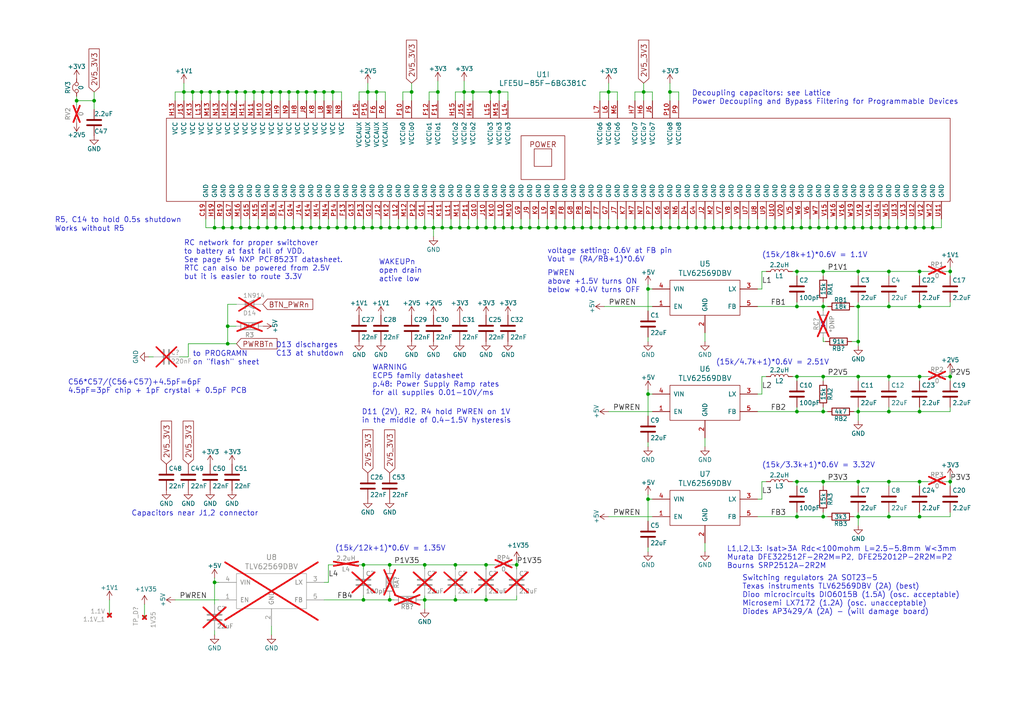
<source format=kicad_sch>
(kicad_sch (version 20231120) (generator "eeschema") (generator_version "8.0")
  (paper "A4")
  (title_block (title "${project_name}") (date "2025-04-05") (rev "${project_version}") (company "${project_creator}") (comment 1 "${project_license}") (comment 2 "License: CERN-OHL-S v2"))
  (junction (at 76.2 26.67))
  (junction (at 120.65 66.04))
  (junction (at 248.92 78.74))
  (junction (at 60.96 26.67))
  (junction (at 238.76 139.7))
  (junction (at 138.43 66.04))
  (junction (at 257.81 149.86))
  (junction (at 132.08 163.83))
  (junction (at 156.21 66.04))
  (junction (at 113.03 163.83))
  (junction (at 78.74 26.67))
  (junction (at 257.81 109.22))
  (junction (at 87.63 66.04))
  (junction (at 224.79 66.04))
  (junction (at 248.92 119.38))
  (junction (at 231.14 119.38))
  (junction (at 257.81 119.38))
  (junction (at 231.14 78.74))
  (junction (at 260.35 66.04))
  (junction (at 247.65 66.04))
  (junction (at 109.22 26.67))
  (junction (at 148.59 66.04))
  (junction (at 105.41 163.83))
  (junction (at 135.89 66.04))
  (junction (at 231.14 109.22))
  (junction (at 266.7 78.74))
  (junction (at 231.14 88.9))
  (junction (at 151.13 66.04))
  (junction (at 187.96 114.3))
  (junction (at 171.45 66.04))
  (junction (at 67.31 66.04))
  (junction (at 142.24 26.67))
  (junction (at 222.25 66.04))
  (junction (at 248.92 109.22))
  (junction (at 262.89 66.04))
  (junction (at 63.5 26.67))
  (junction (at 69.85 66.04))
  (junction (at 86.36 26.67))
  (junction (at 186.69 26.67))
  (junction (at 85.09 66.04))
  (junction (at 168.91 66.04))
  (junction (at 113.03 66.04))
  (junction (at 217.17 66.04))
  (junction (at 240.03 66.04))
  (junction (at 146.05 66.04))
  (junction (at 143.51 66.04))
  (junction (at 123.19 173.99))
  (junction (at 71.12 26.67))
  (junction (at 66.04 99.695))
  (junction (at 115.57 66.04))
  (junction (at 209.55 66.04))
  (junction (at 231.14 139.7))
  (junction (at 102.87 66.04))
  (junction (at 257.81 78.74))
  (junction (at 181.61 66.04))
  (junction (at 113.03 173.99))
  (junction (at 123.19 163.83))
  (junction (at 199.39 66.04))
  (junction (at 106.68 26.67))
  (junction (at 140.97 66.04))
  (junction (at 73.66 26.67))
  (junction (at 163.83 66.04))
  (junction (at 127 26.67))
  (junction (at 140.97 173.99))
  (junction (at 248.92 149.86))
  (junction (at 187.96 144.78))
  (junction (at 118.11 66.04))
  (junction (at 201.93 66.04))
  (junction (at 66.04 94.615))
  (junction (at 82.55 66.04))
  (junction (at 55.88 26.67))
  (junction (at 72.39 66.04))
  (junction (at 107.95 66.04))
  (junction (at 110.49 66.04))
  (junction (at 242.57 66.04))
  (junction (at 207.01 66.04))
  (junction (at 231.14 149.86))
  (junction (at 265.43 66.04))
  (junction (at 64.77 66.04))
  (junction (at 232.41 66.04))
  (junction (at 66.04 26.67))
  (junction (at 186.69 66.04))
  (junction (at 62.23 66.04))
  (junction (at 179.07 66.04))
  (junction (at 95.25 66.04))
  (junction (at 245.11 66.04))
  (junction (at 53.34 26.67))
  (junction (at 257.81 139.7))
  (junction (at 238.76 149.86))
  (junction (at 275.59 109.22))
  (junction (at 176.53 26.67))
  (junction (at 97.79 66.04))
  (junction (at 137.16 26.67))
  (junction (at 173.99 66.04))
  (junction (at 229.87 66.04))
  (junction (at 119.38 26.67))
  (junction (at 105.41 66.04))
  (junction (at 88.9 26.67))
  (junction (at 252.73 66.04))
  (junction (at 238.76 78.74))
  (junction (at 153.67 66.04))
  (junction (at 189.23 66.04))
  (junction (at 275.59 78.74))
  (junction (at 161.29 66.04))
  (junction (at 105.41 173.99))
  (junction (at 194.31 66.04))
  (junction (at 270.51 66.04))
  (junction (at 250.19 66.04))
  (junction (at 22.225 29.21))
  (junction (at 238.76 109.22))
  (junction (at 219.71 66.04))
  (junction (at 125.73 66.04))
  (junction (at 248.92 99.06))
  (junction (at 248.92 139.7))
  (junction (at 266.7 149.86))
  (junction (at 80.01 66.04))
  (junction (at 257.81 88.9))
  (junction (at 77.47 66.04))
  (junction (at 100.33 66.04))
  (junction (at 91.44 26.67))
  (junction (at 62.23 168.91))
  (junction (at 184.15 66.04))
  (junction (at 93.98 26.67))
  (junction (at 196.85 66.04))
  (junction (at 266.7 88.9))
  (junction (at 140.97 163.83))
  (junction (at 227.33 66.04))
  (junction (at 212.09 66.04))
  (junction (at 187.96 83.82))
  (junction (at 267.97 66.04))
  (junction (at 133.35 66.04))
  (junction (at 130.81 66.04))
  (junction (at 96.52 26.67))
  (junction (at 27.305 29.21))
  (junction (at 194.31 26.67))
  (junction (at 144.78 26.67))
  (junction (at 234.95 66.04))
  (junction (at 238.76 119.38))
  (junction (at 214.63 66.04))
  (junction (at 58.42 26.67))
  (junction (at 81.28 26.67))
  (junction (at 68.58 26.67))
  (junction (at 237.49 66.04))
  (junction (at 266.7 109.22))
  (junction (at 191.77 66.04))
  (junction (at 204.47 66.04))
  (junction (at 255.27 66.04))
  (junction (at 74.93 66.04))
  (junction (at 248.92 88.9))
  (junction (at 166.37 66.04))
  (junction (at 266.7 139.7))
  (junction (at 90.17 66.04))
  (junction (at 123.19 66.04))
  (junction (at 83.82 26.67))
  (junction (at 238.76 88.9))
  (junction (at 158.75 66.04))
  (junction (at 92.71 66.04))
  (junction (at 176.53 66.04))
  (junction (at 275.59 139.7))
  (junction (at 128.27 66.04))
  (junction (at 257.81 66.04))
  (junction (at 266.7 119.38))
  (junction (at 134.62 26.67))
  (junction (at 132.08 173.99))
  (junction (at 149.86 163.83))
  (wire (pts (xy 166.37 63.5) (xy 166.37 66.04)))
  (wire (pts (xy 82.55 63.5) (xy 82.55 66.04)))
  (wire (pts (xy 229.87 109.22) (xy 231.14 109.22)))
  (wire (pts (xy 137.16 26.67) (xy 142.24 26.67)))
  (wire (pts (xy 191.77 66.04) (xy 194.31 66.04)))
  (wire (pts (xy 133.35 66.04) (xy 135.89 66.04)))
  (wire (pts (xy 62.23 182.88) (xy 62.23 184.15)))
  (wire (pts (xy 238.76 88.9) (xy 240.03 88.9)))
  (wire (pts (xy 196.85 26.67) (xy 196.85 29.21)))
  (wire (pts (xy 266.7 119.38) (xy 275.59 119.38)))
  (wire (pts (xy 187.96 158.75) (xy 187.96 160.02)))
  (wire (pts (xy 71.12 26.67) (xy 73.66 26.67)))
  (wire (pts (xy 66.04 26.67) (xy 68.58 26.67)))
  (wire (pts (xy 138.43 66.04) (xy 140.97 66.04)))
  (wire (pts (xy 60.96 26.67) (xy 60.96 29.21)))
  (wire (pts (xy 171.45 66.04) (xy 173.99 66.04)))
  (wire (pts (xy 187.96 114.3) (xy 189.23 114.3)))
  (wire (pts (xy 115.57 66.04) (xy 118.11 66.04)))
  (wire (pts (xy 53.34 24.13) (xy 53.34 26.67)))
  (wire (pts (xy 176.53 26.67) (xy 179.07 26.67)))
  (wire (pts (xy 63.5 173.99) (xy 50.8 173.99)))
  (wire (pts (xy 275.59 138.43) (xy 275.59 139.7)))
  (wire (pts (xy 220.98 139.7) (xy 222.25 139.7)))
  (wire (pts (xy 97.79 63.5) (xy 97.79 66.04)))
  (wire (pts (xy 134.62 23.495) (xy 134.62 26.67)))
  (wire (pts (xy 220.98 109.22) (xy 220.98 114.3)))
  (wire (pts (xy 220.98 139.7) (xy 220.98 144.78)))
  (wire (pts (xy 214.63 66.04) (xy 217.17 66.04)))
  (wire (pts (xy 231.14 148.59) (xy 231.14 149.86)))
  (wire (pts (xy 123.19 63.5) (xy 123.19 66.04)))
  (wire (pts (xy 189.23 88.9) (xy 175.26 88.9)))
  (wire (pts (xy 96.52 26.67) (xy 96.52 29.21)))
  (wire (pts (xy 142.24 26.67) (xy 144.78 26.67)))
  (wire (pts (xy 187.96 83.82) (xy 187.96 90.17)))
  (wire (pts (xy 191.77 63.5) (xy 191.77 66.04)))
  (wire (pts (xy 189.23 119.38) (xy 176.53 119.38)))
  (wire (pts (xy 100.33 66.04) (xy 102.87 66.04)))
  (wire (pts (xy 62.23 66.04) (xy 64.77 66.04)))
  (wire (pts (xy 262.89 66.04) (xy 265.43 66.04)))
  (wire (pts (xy 220.98 109.22) (xy 222.25 109.22)))
  (wire (pts (xy 52.07 103.505) (xy 54.61 103.505)))
  (wire (pts (xy 173.99 66.04) (xy 176.53 66.04)))
  (wire (pts (xy 238.76 90.17) (xy 238.76 88.9)))
  (wire (pts (xy 229.87 66.04) (xy 232.41 66.04)))
  (wire (pts (xy 113.03 63.5) (xy 113.03 66.04)))
  (wire (pts (xy 95.25 163.83) (xy 96.52 163.83)))
  (wire (pts (xy 273.05 66.04) (xy 273.05 63.5)))
  (wire (pts (xy 220.98 83.82) (xy 219.71 83.82)))
  (wire (pts (xy 127 26.67) (xy 127 29.21)))
  (wire (pts (xy 257.81 63.5) (xy 257.81 66.04)))
  (wire (pts (xy 238.76 97.79) (xy 238.76 99.06)))
  (wire (pts (xy 161.29 66.04) (xy 163.83 66.04)))
  (wire (pts (xy 118.11 63.5) (xy 118.11 66.04)))
  (wire (pts (xy 123.19 163.83) (xy 132.08 163.83)))
  (wire (pts (xy 238.76 109.22) (xy 238.76 110.49)))
  (wire (pts (xy 187.96 128.27) (xy 187.96 129.54)))
  (wire (pts (xy 123.19 173.99) (xy 132.08 173.99)))
  (wire (pts (xy 66.04 88.265) (xy 66.04 94.615)))
  (wire (pts (xy 55.88 26.67) (xy 55.88 29.21)))
  (wire (pts (xy 67.31 63.5) (xy 67.31 66.04)))
  (wire (pts (xy 275.59 88.9) (xy 275.59 87.63)))
  (wire (pts (xy 240.03 63.5) (xy 240.03 66.04)))
  (wire (pts (xy 109.22 26.67) (xy 111.76 26.67)))
  (wire (pts (xy 201.93 66.04) (xy 204.47 66.04)))
  (wire (pts (xy 134.62 26.67) (xy 137.16 26.67)))
  (wire (pts (xy 194.31 66.04) (xy 196.85 66.04)))
  (wire (pts (xy 275.59 119.38) (xy 275.59 118.11)))
  (wire (pts (xy 204.47 96.52) (xy 204.47 99.06)))
  (wire (pts (xy 86.36 26.67) (xy 86.36 29.21)))
  (wire (pts (xy 247.65 88.9) (xy 248.92 88.9)))
  (wire (pts (xy 118.11 66.04) (xy 120.65 66.04)))
  (wire (pts (xy 66.04 99.695) (xy 68.58 99.695)))
  (wire (pts (xy 110.49 66.04) (xy 113.03 66.04)))
  (wire (pts (xy 247.65 66.04) (xy 250.19 66.04)))
  (wire (pts (xy 58.42 26.67) (xy 58.42 29.21)))
  (wire (pts (xy 257.81 109.22) (xy 266.7 109.22)))
  (wire (pts (xy 265.43 63.5) (xy 265.43 66.04)))
  (wire (pts (xy 238.76 119.38) (xy 240.03 119.38)))
  (wire (pts (xy 111.76 26.67) (xy 111.76 29.21)))
  (wire (pts (xy 147.32 26.67) (xy 147.32 29.21)))
  (wire (pts (xy 163.83 66.04) (xy 166.37 66.04)))
  (wire (pts (xy 99.06 26.67) (xy 99.06 29.21)))
  (wire (pts (xy 214.63 63.5) (xy 214.63 66.04)))
  (wire (pts (xy 128.27 66.04) (xy 130.81 66.04)))
  (wire (pts (xy 234.95 66.04) (xy 237.49 66.04)))
  (wire (pts (xy 266.7 139.7) (xy 266.7 140.97)))
  (wire (pts (xy 257.81 119.38) (xy 257.81 118.11)))
  (wire (pts (xy 59.69 63.5) (xy 59.69 66.04)))
  (wire (pts (xy 88.9 26.67) (xy 91.44 26.67)))
  (wire (pts (xy 231.14 80.01) (xy 231.14 78.74)))
  (wire (pts (xy 187.96 113.03) (xy 187.96 114.3)))
  (wire (pts (xy 257.81 119.38) (xy 266.7 119.38)))
  (wire (pts (xy 31.75 178.435) (xy 31.75 173.99)))
  (wire (pts (xy 186.69 63.5) (xy 186.69 66.04)))
  (wire (pts (xy 63.5 26.67) (xy 66.04 26.67)))
  (wire (pts (xy 189.23 149.86) (xy 176.53 149.86)))
  (wire (pts (xy 270.51 63.5) (xy 270.51 66.04)))
  (wire (pts (xy 132.08 173.99) (xy 132.08 172.72)))
  (wire (pts (xy 231.14 139.7) (xy 238.76 139.7)))
  (wire (pts (xy 231.14 119.38) (xy 238.76 119.38)))
  (wire (pts (xy 248.92 149.86) (xy 248.92 152.4)))
  (wire (pts (xy 176.53 63.5) (xy 176.53 66.04)))
  (wire (pts (xy 248.92 139.7) (xy 257.81 139.7)))
  (wire (pts (xy 102.87 63.5) (xy 102.87 66.04)))
  (wire (pts (xy 132.08 163.83) (xy 140.97 163.83)))
  (wire (pts (xy 106.68 26.67) (xy 106.68 29.21)))
  (wire (pts (xy 140.97 173.99) (xy 149.86 173.99)))
  (wire (pts (xy 266.7 149.86) (xy 266.7 148.59)))
  (wire (pts (xy 105.41 173.99) (xy 113.03 173.99)))
  (wire (pts (xy 187.96 82.55) (xy 187.96 83.82)))
  (wire (pts (xy 106.68 26.67) (xy 109.22 26.67)))
  (wire (pts (xy 81.28 26.67) (xy 83.82 26.67)))
  (wire (pts (xy 275.59 109.22) (xy 275.59 110.49)))
  (wire (pts (xy 71.12 26.67) (xy 71.12 29.21)))
  (wire (pts (xy 132.08 163.83) (xy 132.08 165.1)))
  (wire (pts (xy 194.31 63.5) (xy 194.31 66.04)))
  (wire (pts (xy 132.08 26.67) (xy 134.62 26.67)))
  (wire (pts (xy 187.96 114.3) (xy 187.96 120.65)))
  (wire (pts (xy 66.04 88.265) (xy 68.58 88.265)))
  (wire (pts (xy 149.86 162.56) (xy 149.86 163.83)))
  (wire (pts (xy 144.78 26.67) (xy 147.32 26.67)))
  (wire (pts (xy 229.87 139.7) (xy 231.14 139.7)))
  (wire (pts (xy 105.41 63.5) (xy 105.41 66.04)))
  (wire (pts (xy 58.42 26.67) (xy 60.96 26.67)))
  (wire (pts (xy 196.85 66.04) (xy 199.39 66.04)))
  (wire (pts (xy 132.08 26.67) (xy 132.08 29.21)))
  (wire (pts (xy 140.97 163.83) (xy 143.51 163.83)))
  (wire (pts (xy 41.91 179.07) (xy 41.91 175.26)))
  (wire (pts (xy 119.38 26.67) (xy 119.38 29.21)))
  (wire (pts (xy 186.69 26.67) (xy 189.23 26.67)))
  (wire (pts (xy 186.69 24.13) (xy 186.69 26.67)))
  (wire (pts (xy 149.86 173.99) (xy 149.86 172.72)))
  (wire (pts (xy 156.21 63.5) (xy 156.21 66.04)))
  (wire (pts (xy 238.76 149.86) (xy 238.76 148.59)))
  (wire (pts (xy 219.71 119.38) (xy 231.14 119.38)))
  (wire (pts (xy 113.03 163.83) (xy 113.03 165.1)))
  (wire (pts (xy 184.15 66.04) (xy 186.69 66.04)))
  (wire (pts (xy 161.29 63.5) (xy 161.29 66.04)))
  (wire (pts (xy 238.76 139.7) (xy 238.76 140.97)))
  (wire (pts (xy 257.81 88.9) (xy 257.81 87.63)))
  (wire (pts (xy 231.14 149.86) (xy 238.76 149.86)))
  (wire (pts (xy 132.08 173.99) (xy 140.97 173.99)))
  (wire (pts (xy 266.7 78.74) (xy 266.7 80.01)))
  (wire (pts (xy 76.2 26.67) (xy 76.2 29.21)))
  (wire (pts (xy 92.71 63.5) (xy 92.71 66.04)))
  (wire (pts (xy 116.84 26.67) (xy 119.38 26.67)))
  (wire (pts (xy 257.81 139.7) (xy 266.7 139.7)))
  (wire (pts (xy 238.76 99.06) (xy 239.395 99.06)))
  (wire (pts (xy 119.38 24.13) (xy 119.38 26.67)))
  (wire (pts (xy 204.47 63.5) (xy 204.47 66.04)))
  (wire (pts (xy 224.79 63.5) (xy 224.79 66.04)))
  (wire (pts (xy 199.39 63.5) (xy 199.39 66.04)))
  (wire (pts (xy 81.28 26.67) (xy 81.28 29.21)))
  (wire (pts (xy 96.52 26.67) (xy 99.06 26.67)))
  (wire (pts (xy 78.74 26.67) (xy 78.74 29.21)))
  (wire (pts (xy 220.98 114.3) (xy 219.71 114.3)))
  (wire (pts (xy 266.7 109.22) (xy 266.7 110.49)))
  (wire (pts (xy 168.91 63.5) (xy 168.91 66.04)))
  (wire (pts (xy 238.76 119.38) (xy 238.76 118.11)))
  (wire (pts (xy 194.31 24.13) (xy 194.31 26.67)))
  (wire (pts (xy 184.15 63.5) (xy 184.15 66.04)))
  (wire (pts (xy 245.11 66.04) (xy 247.65 66.04)))
  (wire (pts (xy 238.76 149.86) (xy 240.03 149.86)))
  (wire (pts (xy 248.92 148.59) (xy 248.92 149.86)))
  (wire (pts (xy 231.14 87.63) (xy 231.14 88.9)))
  (wire (pts (xy 166.37 66.04) (xy 168.91 66.04)))
  (wire (pts (xy 248.92 119.38) (xy 257.81 119.38)))
  (wire (pts (xy 187.96 83.82) (xy 189.23 83.82)))
  (wire (pts (xy 242.57 66.04) (xy 245.11 66.04)))
  (wire (pts (xy 93.98 26.67) (xy 96.52 26.67)))
  (wire (pts (xy 92.71 66.04) (xy 95.25 66.04)))
  (wire (pts (xy 123.19 66.04) (xy 125.73 66.04)))
  (wire (pts (xy 158.75 63.5) (xy 158.75 66.04)))
  (wire (pts (xy 229.87 78.74) (xy 231.14 78.74)))
  (wire (pts (xy 181.61 66.04) (xy 184.15 66.04)))
  (wire (pts (xy 266.7 78.74) (xy 269.24 78.74)))
  (wire (pts (xy 247.65 119.38) (xy 248.92 119.38)))
  (wire (pts (xy 248.92 149.86) (xy 257.81 149.86)))
  (wire (pts (xy 125.73 66.04) (xy 128.27 66.04)))
  (wire (pts (xy 123.19 163.83) (xy 123.19 165.1)))
  (wire (pts (xy 219.71 149.86) (xy 231.14 149.86)))
  (wire (pts (xy 66.04 94.615) (xy 66.04 99.695)))
  (wire (pts (xy 144.78 26.67) (xy 144.78 29.21)))
  (wire (pts (xy 217.17 66.04) (xy 219.71 66.04)))
  (wire (pts (xy 187.96 144.78) (xy 189.23 144.78)))
  (wire (pts (xy 72.39 66.04) (xy 74.93 66.04)))
  (wire (pts (xy 179.07 63.5) (xy 179.07 66.04)))
  (wire (pts (xy 140.97 66.04) (xy 143.51 66.04)))
  (wire (pts (xy 43.18 103.505) (xy 44.45 103.505)))
  (wire (pts (xy 194.31 26.67) (xy 196.85 26.67)))
  (wire (pts (xy 120.65 63.5) (xy 120.65 66.04)))
  (wire (pts (xy 66.04 94.615) (xy 68.58 94.615)))
  (wire (pts (xy 22.225 29.21) (xy 22.225 27.94)))
  (wire (pts (xy 237.49 63.5) (xy 237.49 66.04)))
  (wire (pts (xy 113.03 163.83) (xy 123.19 163.83)))
  (wire (pts (xy 134.62 26.67) (xy 134.62 29.21)))
  (wire (pts (xy 181.61 63.5) (xy 181.61 66.04)))
  (wire (pts (xy 95.25 163.83) (xy 95.25 168.91)))
  (wire (pts (xy 176.53 24.13) (xy 176.53 26.67)))
  (wire (pts (xy 248.92 88.9) (xy 257.81 88.9)))
  (wire (pts (xy 247.65 149.86) (xy 248.92 149.86)))
  (wire (pts (xy 151.13 66.04) (xy 153.67 66.04)))
  (wire (pts (xy 50.8 26.67) (xy 53.34 26.67)))
  (wire (pts (xy 106.68 24.13) (xy 106.68 26.67)))
  (wire (pts (xy 275.59 107.95) (xy 275.59 109.22)))
  (wire (pts (xy 207.01 63.5) (xy 207.01 66.04)))
  (wire (pts (xy 184.15 26.67) (xy 186.69 26.67)))
  (wire (pts (xy 66.04 99.695) (xy 54.61 99.695)))
  (wire (pts (xy 163.83 63.5) (xy 163.83 66.04)))
  (wire (pts (xy 260.35 66.04) (xy 262.89 66.04)))
  (wire (pts (xy 130.81 63.5) (xy 130.81 66.04)))
  (wire (pts (xy 274.32 139.7) (xy 275.59 139.7)))
  (wire (pts (xy 238.76 139.7) (xy 248.92 139.7)))
  (wire (pts (xy 257.81 78.74) (xy 257.81 80.01)))
  (wire (pts (xy 171.45 63.5) (xy 171.45 66.04)))
  (wire (pts (xy 62.23 63.5) (xy 62.23 66.04)))
  (wire (pts (xy 113.03 66.04) (xy 115.57 66.04)))
  (wire (pts (xy 248.92 78.74) (xy 248.92 80.01)))
  (wire (pts (xy 66.04 26.67) (xy 66.04 29.21)))
  (wire (pts (xy 252.73 66.04) (xy 255.27 66.04)))
  (wire (pts (xy 77.47 63.5) (xy 77.47 66.04)))
  (wire (pts (xy 63.5 26.67) (xy 63.5 29.21)))
  (wire (pts (xy 231.14 118.11) (xy 231.14 119.38)))
  (wire (pts (xy 248.92 118.11) (xy 248.92 119.38)))
  (wire (pts (xy 275.59 77.47) (xy 275.59 78.74)))
  (wire (pts (xy 93.98 26.67) (xy 93.98 29.21)))
  (wire (pts (xy 80.01 66.04) (xy 82.55 66.04)))
  (wire (pts (xy 248.92 100.33) (xy 248.92 99.06)))
  (wire (pts (xy 248.92 78.74) (xy 257.81 78.74)))
  (wire (pts (xy 266.7 139.7) (xy 269.24 139.7)))
  (wire (pts (xy 95.25 63.5) (xy 95.25 66.04)))
  (wire (pts (xy 64.77 66.04) (xy 67.31 66.04)))
  (wire (pts (xy 135.89 66.04) (xy 138.43 66.04)))
  (wire (pts (xy 248.92 139.7) (xy 248.92 140.97)))
  (wire (pts (xy 232.41 63.5) (xy 232.41 66.04)))
  (wire (pts (xy 207.01 66.04) (xy 209.55 66.04)))
  (wire (pts (xy 255.27 63.5) (xy 255.27 66.04)))
  (wire (pts (xy 257.81 149.86) (xy 257.81 148.59)))
  (wire (pts (xy 257.81 139.7) (xy 257.81 140.97)))
  (wire (pts (xy 62.23 168.91) (xy 62.23 175.26)))
  (wire (pts (xy 266.7 109.22) (xy 269.24 109.22)))
  (wire (pts (xy 104.14 26.67) (xy 106.68 26.67)))
  (wire (pts (xy 113.03 173.99) (xy 114.3 173.99)))
  (wire (pts (xy 227.33 66.04) (xy 229.87 66.04)))
  (wire (pts (xy 219.71 88.9) (xy 231.14 88.9)))
  (wire (pts (xy 115.57 63.5) (xy 115.57 66.04)))
  (wire (pts (xy 231.14 140.97) (xy 231.14 139.7)))
  (wire (pts (xy 209.55 63.5) (xy 209.55 66.04)))
  (wire (pts (xy 123.19 172.72) (xy 123.19 173.99)))
  (wire (pts (xy 146.05 66.04) (xy 148.59 66.04)))
  (wire (pts (xy 173.99 26.67) (xy 176.53 26.67)))
  (wire (pts (xy 275.59 149.86) (xy 275.59 148.59)))
  (wire (pts (xy 199.39 66.04) (xy 201.93 66.04)))
  (wire (pts (xy 266.7 88.9) (xy 266.7 87.63)))
  (wire (pts (xy 143.51 66.04) (xy 146.05 66.04)))
  (wire (pts (xy 69.85 63.5) (xy 69.85 66.04)))
  (wire (pts (xy 220.98 78.74) (xy 222.25 78.74)))
  (wire (pts (xy 77.47 66.04) (xy 80.01 66.04)))
  (wire (pts (xy 87.63 63.5) (xy 87.63 66.04)))
  (wire (pts (xy 248.92 88.9) (xy 248.92 99.06)))
  (wire (pts (xy 74.93 63.5) (xy 74.93 66.04)))
  (wire (pts (xy 257.81 88.9) (xy 266.7 88.9)))
  (wire (pts (xy 238.76 78.74) (xy 238.76 80.01)))
  (wire (pts (xy 68.58 26.67) (xy 71.12 26.67)))
  (wire (pts (xy 266.7 88.9) (xy 275.59 88.9)))
  (wire (pts (xy 173.99 26.67) (xy 173.99 29.21)))
  (wire (pts (xy 204.47 127) (xy 204.47 129.54)))
  (wire (pts (xy 248.92 119.38) (xy 248.92 121.92)))
  (wire (pts (xy 22.225 29.21) (xy 22.225 30.48)))
  (wire (pts (xy 219.71 63.5) (xy 219.71 66.04)))
  (wire (pts (xy 187.96 144.78) (xy 187.96 151.13)))
  (wire (pts (xy 22.225 29.21) (xy 27.305 29.21)))
  (wire (pts (xy 97.79 66.04) (xy 100.33 66.04)))
  (wire (pts (xy 248.92 87.63) (xy 248.92 88.9)))
  (wire (pts (xy 186.69 66.04) (xy 189.23 66.04)))
  (wire (pts (xy 168.91 66.04) (xy 171.45 66.04)))
  (wire (pts (xy 76.2 26.67) (xy 78.74 26.67)))
  (wire (pts (xy 69.85 66.04) (xy 72.39 66.04)))
  (wire (pts (xy 100.33 63.5) (xy 100.33 66.04)))
  (wire (pts (xy 140.97 173.99) (xy 140.97 172.72)))
  (wire (pts (xy 231.14 88.9) (xy 238.76 88.9)))
  (wire (pts (xy 212.09 63.5) (xy 212.09 66.04)))
  (wire (pts (xy 212.09 66.04) (xy 214.63 66.04)))
  (wire (pts (xy 74.93 66.04) (xy 77.47 66.04)))
  (wire (pts (xy 88.9 26.67) (xy 88.9 29.21)))
  (wire (pts (xy 107.95 63.5) (xy 107.95 66.04)))
  (wire (pts (xy 125.73 66.04) (xy 125.73 68.58)))
  (wire (pts (xy 149.86 163.83) (xy 149.86 165.1)))
  (wire (pts (xy 240.03 66.04) (xy 242.57 66.04)))
  (wire (pts (xy 135.89 63.5) (xy 135.89 66.04)))
  (wire (pts (xy 153.67 63.5) (xy 153.67 66.04)))
  (wire (pts (xy 262.89 63.5) (xy 262.89 66.04)))
  (wire (pts (xy 27.305 29.21) (xy 27.305 31.75)))
  (wire (pts (xy 138.43 63.5) (xy 138.43 66.04)))
  (wire (pts (xy 275.59 139.7) (xy 275.59 140.97)))
  (wire (pts (xy 274.32 109.22) (xy 275.59 109.22)))
  (wire (pts (xy 179.07 26.67) (xy 179.07 29.21)))
  (wire (pts (xy 68.58 26.67) (xy 68.58 29.21)))
  (wire (pts (xy 194.31 26.67) (xy 194.31 29.21)))
  (wire (pts (xy 247.65 63.5) (xy 247.65 66.04)))
  (wire (pts (xy 196.85 63.5) (xy 196.85 66.04)))
  (wire (pts (xy 238.76 109.22) (xy 248.92 109.22)))
  (wire (pts (xy 53.34 26.67) (xy 55.88 26.67)))
  (wire (pts (xy 130.81 66.04) (xy 133.35 66.04)))
  (wire (pts (xy 104.14 163.83) (xy 105.41 163.83)))
  (wire (pts (xy 267.97 63.5) (xy 267.97 66.04)))
  (wire (pts (xy 93.98 173.99) (xy 105.41 173.99)))
  (wire (pts (xy 78.74 26.67) (xy 81.28 26.67)))
  (wire (pts (xy 109.22 26.67) (xy 109.22 29.21)))
  (wire (pts (xy 250.19 66.04) (xy 252.73 66.04)))
  (wire (pts (xy 133.35 63.5) (xy 133.35 66.04)))
  (wire (pts (xy 237.49 66.04) (xy 240.03 66.04)))
  (wire (pts (xy 148.59 163.83) (xy 149.86 163.83)))
  (wire (pts (xy 105.41 172.72) (xy 105.41 173.99)))
  (wire (pts (xy 148.59 66.04) (xy 151.13 66.04)))
  (wire (pts (xy 90.17 66.04) (xy 92.71 66.04)))
  (wire (pts (xy 95.25 168.91) (xy 93.98 168.91)))
  (wire (pts (xy 124.46 26.67) (xy 124.46 29.21)))
  (wire (pts (xy 173.99 63.5) (xy 173.99 66.04)))
  (wire (pts (xy 143.51 63.5) (xy 143.51 66.04)))
  (wire (pts (xy 82.55 66.04) (xy 85.09 66.04)))
  (wire (pts (xy 140.97 163.83) (xy 140.97 165.1)))
  (wire (pts (xy 62.23 168.91) (xy 63.5 168.91)))
  (wire (pts (xy 123.19 173.99) (xy 123.19 176.53)))
  (wire (pts (xy 85.09 66.04) (xy 87.63 66.04)))
  (wire (pts (xy 27.305 26.67) (xy 27.305 29.21)))
  (wire (pts (xy 179.07 66.04) (xy 181.61 66.04)))
  (wire (pts (xy 95.25 66.04) (xy 97.79 66.04)))
  (wire (pts (xy 189.23 66.04) (xy 191.77 66.04)))
  (wire (pts (xy 270.51 66.04) (xy 273.05 66.04)))
  (wire (pts (xy 78.74 181.61) (xy 78.74 184.15)))
  (wire (pts (xy 267.97 66.04) (xy 270.51 66.04)))
  (wire (pts (xy 113.03 173.99) (xy 113.03 172.72)))
  (wire (pts (xy 204.47 157.48) (xy 204.47 160.02)))
  (wire (pts (xy 231.14 110.49) (xy 231.14 109.22)))
  (wire (pts (xy 53.34 26.67) (xy 53.34 29.21)))
  (wire (pts (xy 125.73 63.5) (xy 125.73 66.04)))
  (wire (pts (xy 67.31 66.04) (xy 69.85 66.04)))
  (wire (pts (xy 257.81 109.22) (xy 257.81 110.49)))
  (wire (pts (xy 232.41 66.04) (xy 234.95 66.04)))
  (wire (pts (xy 116.84 26.67) (xy 116.84 29.21)))
  (wire (pts (xy 220.98 78.74) (xy 220.98 83.82)))
  (wire (pts (xy 107.95 66.04) (xy 110.49 66.04)))
  (wire (pts (xy 184.15 26.67) (xy 184.15 29.21)))
  (wire (pts (xy 255.27 66.04) (xy 257.81 66.04)))
  (wire (pts (xy 189.23 63.5) (xy 189.23 66.04)))
  (wire (pts (xy 148.59 63.5) (xy 148.59 66.04)))
  (wire (pts (xy 87.63 66.04) (xy 90.17 66.04)))
  (wire (pts (xy 231.14 109.22) (xy 238.76 109.22)))
  (wire (pts (xy 153.67 66.04) (xy 156.21 66.04)))
  (wire (pts (xy 83.82 26.67) (xy 83.82 29.21)))
  (wire (pts (xy 59.69 66.04) (xy 62.23 66.04)))
  (wire (pts (xy 260.35 63.5) (xy 260.35 66.04)))
  (wire (pts (xy 124.46 26.67) (xy 127 26.67)))
  (wire (pts (xy 176.53 66.04) (xy 179.07 66.04)))
  (wire (pts (xy 151.13 63.5) (xy 151.13 66.04)))
  (wire (pts (xy 73.66 26.67) (xy 73.66 29.21)))
  (wire (pts (xy 110.49 63.5) (xy 110.49 66.04)))
  (wire (pts (xy 257.81 78.74) (xy 266.7 78.74)))
  (wire (pts (xy 222.25 63.5) (xy 222.25 66.04)))
  (wire (pts (xy 204.47 66.04) (xy 207.01 66.04)))
  (wire (pts (xy 231.14 78.74) (xy 238.76 78.74)))
  (wire (pts (xy 238.76 88.9) (xy 238.76 87.63)))
  (wire (pts (xy 105.41 165.1) (xy 105.41 163.83)))
  (wire (pts (xy 242.57 63.5) (xy 242.57 66.04)))
  (wire (pts (xy 265.43 66.04) (xy 267.97 66.04)))
  (wire (pts (xy 187.96 97.79) (xy 187.96 99.06)))
  (wire (pts (xy 142.24 26.67) (xy 142.24 29.21)))
  (wire (pts (xy 120.65 66.04) (xy 123.19 66.04)))
  (wire (pts (xy 105.41 66.04) (xy 107.95 66.04)))
  (wire (pts (xy 127 26.67) (xy 127 23.495)))
  (wire (pts (xy 146.05 63.5) (xy 146.05 66.04)))
  (wire (pts (xy 62.23 167.64) (xy 62.23 168.91)))
  (wire (pts (xy 158.75 66.04) (xy 161.29 66.04)))
  (wire (pts (xy 229.87 63.5) (xy 229.87 66.04)))
  (wire (pts (xy 54.61 103.505) (xy 54.61 99.695)))
  (wire (pts (xy 224.79 66.04) (xy 227.33 66.04)))
  (wire (pts (xy 85.09 63.5) (xy 85.09 66.04)))
  (wire (pts (xy 83.82 26.67) (xy 86.36 26.67)))
  (wire (pts (xy 248.92 109.22) (xy 248.92 110.49)))
  (wire (pts (xy 128.27 63.5) (xy 128.27 66.04)))
  (wire (pts (xy 60.96 26.67) (xy 63.5 26.67)))
  (wire (pts (xy 64.77 63.5) (xy 64.77 66.04)))
  (wire (pts (xy 91.44 26.67) (xy 93.98 26.67)))
  (wire (pts (xy 266.7 119.38) (xy 266.7 118.11)))
  (wire (pts (xy 72.39 63.5) (xy 72.39 66.04)))
  (wire (pts (xy 217.17 63.5) (xy 217.17 66.04)))
  (wire (pts (xy 209.55 66.04) (xy 212.09 66.04)))
  (wire (pts (xy 257.81 66.04) (xy 260.35 66.04)))
  (wire (pts (xy 220.98 144.78) (xy 219.71 144.78)))
  (wire (pts (xy 274.32 78.74) (xy 275.59 78.74)))
  (wire (pts (xy 104.14 29.21) (xy 104.14 26.67)))
  (wire (pts (xy 90.17 63.5) (xy 90.17 66.04)))
  (wire (pts (xy 73.66 26.67) (xy 76.2 26.67)))
  (wire (pts (xy 137.16 26.67) (xy 137.16 29.21)))
  (wire (pts (xy 219.71 66.04) (xy 222.25 66.04)))
  (wire (pts (xy 156.21 66.04) (xy 158.75 66.04)))
  (wire (pts (xy 245.11 63.5) (xy 245.11 66.04)))
  (wire (pts (xy 105.41 163.83) (xy 113.03 163.83)))
  (wire (pts (xy 234.95 63.5) (xy 234.95 66.04)))
  (wire (pts (xy 189.23 26.67) (xy 189.23 29.21)))
  (wire (pts (xy 275.59 78.74) (xy 275.59 80.01)))
  (wire (pts (xy 247.015 99.06) (xy 248.92 99.06)))
  (wire (pts (xy 176.53 26.67) (xy 176.53 29.21)))
  (wire (pts (xy 227.33 63.5) (xy 227.33 66.04)))
  (wire (pts (xy 186.69 26.67) (xy 186.69 29.21)))
  (wire (pts (xy 252.73 63.5) (xy 252.73 66.04)))
  (wire (pts (xy 121.92 173.99) (xy 123.19 173.99)))
  (wire (pts (xy 91.44 26.67) (xy 91.44 29.21)))
  (wire (pts (xy 102.87 66.04) (xy 105.41 66.04)))
  (wire (pts (xy 50.8 26.67) (xy 50.8 29.21)))
  (wire (pts (xy 222.25 66.04) (xy 224.79 66.04)))
  (wire (pts (xy 248.92 109.22) (xy 257.81 109.22)))
  (wire (pts (xy 187.96 143.51) (xy 187.96 144.78)))
  (wire (pts (xy 86.36 26.67) (xy 88.9 26.67)))
  (wire (pts (xy 140.97 63.5) (xy 140.97 66.04)))
  (wire (pts (xy 238.76 78.74) (xy 248.92 78.74)))
  (wire (pts (xy 55.88 26.67) (xy 58.42 26.67)))
  (wire (pts (xy 250.19 63.5) (xy 250.19 66.04)))
  (wire (pts (xy 80.01 63.5) (xy 80.01 66.04)))
  (wire (pts (xy 266.7 149.86) (xy 275.59 149.86)))
  (wire (pts (xy 257.81 149.86) (xy 266.7 149.86)))
  (wire (pts (xy 201.93 63.5) (xy 201.93 66.04)))
  (text "Switching regulators 2A SOT23-5\nTexas instruments TLV62569DBV (2A) (best)\nDioo microcircuits DIO6015B (1.5A) (osc. acceptable)\nMicrosemi LX7172 (1.2A) (osc. unacceptable)\nDiodes AP3429/A (2A) - (will damage board)\n" (at 215.265 178.435 0) (effects (font (size 1.524 1.524)) (justify left bottom)))
  (text "(15k/3.3k+1)*0.6V = 3.32V\n" (at 220.98 135.89 0) (effects (font (size 1.524 1.524)) (justify left bottom)))
  (text "WAKEUPn\nopen drain \nactive low" (at 109.855 81.915 0) (effects (font (size 1.524 1.524)) (justify left bottom)))
  (text "Decoupling capacitors: see Lattice\nPower Decoupling and Bypass Filtering for Programmable Devices" (at 200.66 30.48 0) (effects (font (size 1.524 1.524)) (justify left bottom)))
  (text "Works without R5" (at 15.875 67.31 0) (effects (font (size 1.524 1.524)) (justify left bottom)))
  (text "D11 (2V), R2, R4 hold PWREN on 1V\nin the middle of 0.4-1.5V hysteresis" (at 104.902 122.936 0) (effects (font (size 1.524 1.524)) (justify left bottom)))
  (text "(15k/18k+1)*0.6V = 1.1V\n" (at 220.98 74.93 0) (effects (font (size 1.524 1.524)) (justify left bottom)))
  (text "RC network for proper switchover\nto battery at fast fall of VDD.\nSee page 54 NXP PCF8523T datasheet.\nRTC can also be powered from 2.5V\nbut it is easier to route 3.3V" (at 53.34 81.28 0) (effects (font (size 1.524 1.524)) (justify left bottom)))
  (text "(15k/12k+1)*0.6V = 1.35V\n" (at 97.155 160.02 0) (effects (font (size 1.524 1.524)) (justify left bottom)))
  (text "to PROGRAMN\non \"flash\" sheet" (at 55.88 106.045 0) (effects (font (size 1.524 1.524)) (justify left bottom)))
  (text "D13 discharges\nC13 at shutdown" (at 80.01 103.505 0) (effects (font (size 1.524 1.524)) (justify left bottom)))
  (text "L1,L2,L3: Isat>3A Rdc<100mohm L=2.5-5.8mm W<3mm\nMurata DFE322512F-2R2M=P2, DFE252012P-2R2M=P2\nBourns SRP2512A-2R2M" (at 210.82 165.1 0) (effects (font (size 1.524 1.524)) (justify left bottom)))
  (text "R5, C14 to hold 0.5s shutdown" (at 15.875 64.77 0) (effects (font (size 1.524 1.524)) (justify left bottom)))
  (text "C56*C57/(C56+C57)+4.5pF=6pF\n4.5pF=3pF chip + 1pF crystal + 0.5pF PCB" (at 19.685 114.3 0) (effects (font (size 1.524 1.524)) (justify left bottom)))
  (text "WARNING\nECP5 family datasheet\np.48: Power Supply Ramp rates\nfor all supplies 0.01-10V/ms\n" (at 107.95 114.935 0) (effects (font (size 1.524 1.524)) (justify left bottom)))
  (text "voltage setting: 0.6V at FB pin\nVout = (RA/RB+1)*0.6V\n" (at 158.75 76.2 0) (effects (font (size 1.524 1.524)) (justify left bottom)))
  (text "0R" (at 239.395 95.25 90) (effects (font (size 0.9906 0.9906)) (justify left bottom)))
  (text "(15k/4.7k+1)*0.6V = 2.51V\n" (at 207.645 106.045 0) (effects (font (size 1.524 1.524)) (justify left bottom)))
  (text "PWREN\nabove +1.5V turns ON\nbelow +0.4V turns OFF" (at 158.75 85.09 0) (effects (font (size 1.524 1.524)) (justify left bottom)))
  (text "Capacitors near J1,2 connector" (at 38.1 149.86 0) (effects (font (size 1.524 1.524)) (justify left bottom)))
  (label "L2" (at 220.98 113.03 0) (effects (font (size 1.524 1.524))))
  (label "PWREN" (at 177.8 119.38 0) (effects (font (size 1.524 1.524))))
  (label "PWREN" (at 176.53 88.9 0) (effects (font (size 1.524 1.524))))
  (label "L1" (at 220.98 82.55 0) (effects (font (size 1.524 1.524))))
  (label "L4" (at 95.25 167.64 0) (effects (font (size 1.524 1.524))))
  (label "P1V1" (at 240.03 78.74 0) (effects (font (size 1.524 1.524))))
  (label "PWREN" (at 177.8 149.86 0) (effects (font (size 1.524 1.524))))
  (label "FB2" (at 223.52 119.38 0) (effects (font (size 1.524 1.524))))
  (label "FB3" (at 223.52 149.86 0) (effects (font (size 1.524 1.524))))
  (label "P3V3" (at 275.59 139.7 0) (effects (font (size 1.524 1.524))))
  (label "P1V35" (at 149.86 163.83 0) (effects (font (size 1.524 1.524))))
  (label "P2V5" (at 240.03 109.22 0) (effects (font (size 1.524 1.524))))
  (label "P3V3" (at 240.03 139.7 0) (effects (font (size 1.524 1.524))))
  (label "P1V35" (at 114.3 163.83 0) (effects (font (size 1.524 1.524))))
  (label "FB4" (at 97.79 173.99 0) (effects (font (size 1.524 1.524))))
  (label "P2V5" (at 275.59 109.22 0) (effects (font (size 1.524 1.524))))
  (label "L3" (at 220.98 143.51 0) (effects (font (size 1.524 1.524))))
  (label "PWREN" (at 52.07 173.99 0) (effects (font (size 1.524 1.524))))
  (label "FB1" (at 223.52 88.9 0) (effects (font (size 1.524 1.524))))
  (global_label "BTN_PWRn" (shape input) (at 76.2 88.265 0) (effects (font (size 1.524 1.524))) (property "Intersheetrefs" "${INTERSHEET_REFS}" (effects (hide yes))))
  (global_label "2V5_3V3" (shape input) (at 54.61 134.62 90) (effects (font (size 1.524 1.524))) (property "Intersheetrefs" "${INTERSHEET_REFS}" (effects (hide yes))))
  (global_label "2V5_3V3" (shape input) (at 119.38 24.13 90) (effects (font (size 1.524 1.524))) (property "Intersheetrefs" "${INTERSHEET_REFS}" (effects (hide yes))))
  (global_label "2V5_3V3" (shape input) (at 27.305 26.67 90) (effects (font (size 1.524 1.524))) (property "Intersheetrefs" "${INTERSHEET_REFS}" (effects (hide yes))))
  (global_label "PWRBTn" (shape input) (at 68.58 99.695 0) (effects (font (size 1.524 1.524))) (property "Intersheetrefs" "${INTERSHEET_REFS}" (effects (hide yes))))
  (global_label "2V5_3V3" (shape input) (at 106.68 137.16 90) (effects (font (size 1.524 1.524))) (property "Intersheetrefs" "${INTERSHEET_REFS}" (effects (hide yes))))
  (global_label "2V5_3V3" (shape input) (at 48.26 134.62 90) (effects (font (size 1.524 1.524))) (property "Intersheetrefs" "${INTERSHEET_REFS}" (effects (hide yes))))
  (global_label "2V5_3V3" (shape input) (at 113.03 137.16 90) (effects (font (size 1.524 1.524))) (property "Intersheetrefs" "${INTERSHEET_REFS}" (effects (hide yes))))
  (global_label "2V5_3V3" (shape input) (at 186.69 24.13 90) (effects (font (size 1.524 1.524))) (property "Intersheetrefs" "${INTERSHEET_REFS}" (effects (hide yes))))
  (symbol (lib_id "ulx4m-rescue:GND-power") (at 125.73 68.58 0) (unit 1)
    (property "Reference" "#PWR045" (effects (hide yes)))
    (property "Value" "GND" (at 125.73 72.39 0))
  )
  (symbol (lib_id "ulx4m-rescue:GND-power") (at 204.47 99.06 0) (unit 1)
    (property "Reference" "#PWR072" (effects (hide yes)))
    (property "Value" "GND" (at 204.47 102.87 0))
  )
  (symbol (lib_id "ulx4m-rescue:+5V-power") (at 187.96 82.55 0) (unit 1)
    (property "Reference" "#PWR065" (effects (hide yes)))
    (property "Value" "+5V" (at 187.96 78.994 0))
  )
  (symbol (lib_id "ulx4m-rescue:GND-power") (at 187.96 99.06 0) (unit 1)
    (property "Reference" "#PWR066" (effects (hide yes)))
    (property "Value" "GND" (at 187.96 102.87 0))
  )
  (symbol (lib_id "Device:C") (at 187.96 93.98 0) (unit 1)
    (property "Reference" "C1" (at 188.595 91.44 0) (effects (justify left)))
    (property "Value" "22uF" (at 188.595 96.52 0) (effects (justify left)))
    (property "Footprint" "Capacitor_SMD:C_0603_1608Metric" (effects (hide yes)))
    (property "MPN" "CC0805ZKY5V5BB226 " (effects (hide yes)))
    (property "Mouser" "81-GRM21BR61A226ME1L" (effects (hide yes)))
    (property "Mouse_r2" "81-GRM21BR61A226ME1K" (effects (hide yes)))
    (property "Mouse_r3" "81-GRM219R61C226ME5L" (effects (hide yes)))
    (property "Mouse_r4" "81-GRM188C60J226ME0J" (effects (hide yes)))
    (property "Mouse_r5" "963-LMK212BBJ226MG-T" (effects (hide yes)))
    (property "Digikey" "1276-2413-1-ND" (effects (hide yes)))
    (property "Digike_y2" "1276-2412-1-ND" (effects (hide yes)))
    (property "Newark" "08P5169" (effects (hide yes)))
    (property "LCSC" "C29277" (effects (hide yes)))
    (property "Koncar" "FC004" (effects (hide yes)))
  )
  (symbol (lib_id "Device:C") (at 231.14 83.82 0) (unit 1)
    (property "Reference" "C2" (at 231.775 81.28 0) (effects (justify left)))
    (property "Value" "100pF" (at 231.775 86.36 0) (effects (justify left)))
    (property "Footprint" "Capacitor_SMD:C_0402_1005Metric" (effects (hide yes)))
    (property "MNF1_URL" "www.yageo.com" (effects (hide yes)))
    (property "MPN" "CS0603KRX7R9BB471" (effects (hide yes)))
    (property "Mouser" "581-06035A101JAT4A" (effects (hide yes)))
    (property "Mouse_r1" "710-885012206081" (effects (hide yes)))
    (property "Mouse_r2" "603-CS0603KRX79BB471" (effects (hide yes)))
    (property "Mouse_r3" "603-CC603JRNPO9BN101" (effects (hide yes)))
    (property "Mouse_r4" "603-CC603KRX7R9BB471 " (effects (hide yes)))
    (property "Digikey" "311-4078-1-ND" (effects (hide yes)))
    (property "Digike_y2" "399-9086-1-ND" (effects (hide yes)))
    (property "Newark" "38K9273" (effects (hide yes)))
    (property "LCSC" "C14665" (effects (hide yes)))
    (property "LCS_C2" "C22396" (effects (hide yes)))
    (property "Koncar" "FC006" (effects (hide yes)))
  )
  (symbol (lib_id "Device:R") (at 238.76 83.82 0) (unit 1)
    (property "Reference" "RA1" (at 240.792 83.82 90))
    (property "Value" "15k" (at 238.76 83.82 90))
    (property "Footprint" "Resistor_SMD:R_0402_1005Metric" (effects (hide yes)))
    (property "MNF1_URL" "www.yageo.com" (effects (hide yes)))
    (property "MPN" "RC0603FR-1015KL" (effects (hide yes)))
  )
  (symbol (lib_id "Device:R") (at 243.84 88.9 270) (unit 1)
    (property "Reference" "RB1" (at 243.84 86.995 90))
    (property "Value" "18k" (at 243.84 88.9 90))
    (property "Footprint" "Resistor_SMD:R_0402_1005Metric" (effects (hide yes)))
    (property "MNF1_URL" "www.yageo.com" (effects (hide yes)))
    (property "MPN" "RC0603FR-1018KL" (effects (hide yes)))
    (property "Mouser" "71-CRCW060318K0FKEAC" (effects (hide yes)))
    (property "Digikey" " 311-18.0KHRCT-ND" (effects (hide yes)))
    (property "Newark" "94X1474" (effects (hide yes)))
    (property "LCSC" "C425614" (effects (hide yes)))
    (property "Koncar" "FR006" (effects (hide yes)))
  )
  (symbol (lib_id "ulx4m-rescue:GND-power") (at 248.92 100.33 0) (unit 1)
    (property "Reference" "#PWR075" (effects (hide yes)))
    (property "Value" "GND" (at 248.92 104.14 0))
  )
  (symbol (lib_id "Device:C") (at 248.92 83.82 0) (unit 1)
    (property "Reference" "C3" (at 249.555 81.28 0) (effects (justify left)))
    (property "Value" "22uF" (at 249.555 86.36 0) (effects (justify left)))
    (property "Footprint" "Capacitor_SMD:C_0603_1608Metric" (effects (hide yes)))
  )
  (symbol (lib_id "Device:C") (at 257.81 83.82 0) (unit 1)
    (property "Reference" "C4" (at 258.445 81.28 0) (effects (justify left)))
    (property "Value" "22uF" (at 258.445 86.36 0) (effects (justify left)))
    (property "Footprint" "Capacitor_SMD:C_0603_1608Metric" (effects (hide yes)))
  )
  (symbol (lib_id "ulx4m-rescue:+3V3-power") (at 127 23.495 0) (unit 1)
    (property "Reference" "#PWR048" (effects (hide yes)))
    (property "Value" "+3V3" (at 127 19.939 0))
  )
  (symbol (lib_id "ulx4m-rescue:GND-power") (at 204.47 160.02 0) (unit 1)
    (property "Reference" "#PWR074" (effects (hide yes)))
    (property "Value" "GND" (at 204.47 163.83 0))
  )
  (symbol (lib_id "ulx4m-rescue:+5V-power") (at 187.96 143.51 0) (unit 1)
    (property "Reference" "#PWR069" (effects (hide yes)))
    (property "Value" "+5V" (at 187.96 139.954 0))
  )
  (symbol (lib_id "ulx4m-rescue:GND-power") (at 187.96 160.02 0) (unit 1)
    (property "Reference" "#PWR070" (effects (hide yes)))
    (property "Value" "GND" (at 187.96 163.83 0))
  )
  (symbol (lib_id "Device:C") (at 187.96 154.94 0) (unit 1)
    (property "Reference" "C5" (at 188.595 152.4 0) (effects (justify left)))
    (property "Value" "22uF" (at 188.595 157.48 0) (effects (justify left)))
    (property "Footprint" "Capacitor_SMD:C_0603_1608Metric" (effects (hide yes)))
    (property "MPN" "CC0805ZKY5V5BB226 " (effects (hide yes)))
  )
  (symbol (lib_id "Device:C") (at 231.14 144.78 0) (unit 1)
    (property "Reference" "C6" (at 231.775 142.24 0) (effects (justify left)))
    (property "Value" "100pF" (at 231.775 147.32 0) (effects (justify left)))
    (property "Footprint" "Capacitor_SMD:C_0402_1005Metric" (effects (hide yes)))
  )
  (symbol (lib_id "Device:R") (at 238.76 144.78 0) (unit 1)
    (property "Reference" "RA3" (at 240.792 144.78 90))
    (property "Value" "15k" (at 238.76 144.78 90))
    (property "Footprint" "Resistor_SMD:R_0402_1005Metric" (effects (hide yes)))
  )
  (symbol (lib_id "Device:R") (at 243.84 149.86 270) (unit 1)
    (property "Reference" "RB3" (at 243.84 151.892 90))
    (property "Value" "3k3" (at 243.84 149.86 90))
    (property "Footprint" "Resistor_SMD:R_0402_1005Metric" (effects (hide yes)))
    (property "MNF1_URL" "www.yageo.com" (effects (hide yes)))
    (property "MPN" "RT0603FRE073K3L" (effects (hide yes)))
    (property "Mouser" "603-RC0603FR-073K3L" (effects (hide yes)))
    (property "Mouse_r2" "603-RC0603FR-103K3L" (effects (hide yes)))
    (property "Digikey" "YAG3605CT-ND" (effects (hide yes)))
    (property "Newark" "94X1577" (effects (hide yes)))
    (property "LCSC" "C425629" (effects (hide yes)))
    (property "Koncar" "FR009" (effects (hide yes)))
  )
  (symbol (lib_id "ulx4m-rescue:GND-power") (at 248.92 152.4 0) (unit 1)
    (property "Reference" "#PWR077" (effects (hide yes)))
    (property "Value" "GND" (at 248.92 156.21 0))
  )
  (symbol (lib_id "Device:C") (at 248.92 144.78 0) (unit 1)
    (property "Reference" "C7" (at 249.555 142.24 0) (effects (justify left)))
    (property "Value" "22uF" (at 249.555 147.32 0) (effects (justify left)))
    (property "Footprint" "Capacitor_SMD:C_0603_1608Metric" (effects (hide yes)))
  )
  (symbol (lib_id "Device:C") (at 257.81 144.78 0) (unit 1)
    (property "Reference" "C8" (at 258.445 142.24 0) (effects (justify left)))
    (property "Value" "22uF" (at 258.445 147.32 0) (effects (justify left)))
    (property "Footprint" "Capacitor_SMD:C_0603_1608Metric" (effects (hide yes)))
  )
  (symbol (lib_id "ulx4m-rescue:+3V3-power") (at 275.59 138.43 0) (unit 1)
    (property "Reference" "#PWR080" (effects (hide yes)))
    (property "Value" "+3V3" (at 275.59 134.874 0))
  )
  (symbol (lib_id "ulx4m-rescue:GND-power") (at 204.47 129.54 0) (unit 1)
    (property "Reference" "#PWR073" (effects (hide yes)))
    (property "Value" "GND" (at 204.47 133.35 0))
  )
  (symbol (lib_id "ulx4m-rescue:+5V-power") (at 187.96 113.03 0) (unit 1)
    (property "Reference" "#PWR067" (effects (hide yes)))
    (property "Value" "+5V" (at 187.96 109.474 0))
  )
  (symbol (lib_id "ulx4m-rescue:GND-power") (at 187.96 129.54 0) (unit 1)
    (property "Reference" "#PWR068" (effects (hide yes)))
    (property "Value" "GND" (at 187.96 133.35 0))
  )
  (symbol (lib_id "Device:C") (at 187.96 124.46 0) (unit 1)
    (property "Reference" "C9" (at 188.595 121.92 0) (effects (justify left)))
    (property "Value" "22uF" (at 188.595 127 0) (effects (justify left)))
    (property "Footprint" "Capacitor_SMD:C_0603_1608Metric" (effects (hide yes)))
    (property "MPN" "CC0805ZKY5V5BB226 " (effects (hide yes)))
  )
  (symbol (lib_id "Device:L") (at 226.06 109.22 90) (unit 1)
    (property "Reference" "L2" (at 226.06 110.49 90))
    (property "Value" "2.2uH" (at 226.06 107.315 90))
    (property "Footprint" "L_1008_1210:L_1008_1210" (effects (hide yes)))
    (property "Datasheet" "http://psearch.en.murata.com/inductor/product/DFE252012PD-2R2M%23.pdf" (effects (hide yes)))
  )
  (symbol (lib_id "Device:C") (at 231.14 114.3 0) (unit 1)
    (property "Reference" "C10" (at 231.775 111.76 0) (effects (justify left)))
    (property "Value" "100pF" (at 231.775 116.84 0) (effects (justify left)))
    (property "Footprint" "Capacitor_SMD:C_0402_1005Metric" (effects (hide yes)))
  )
  (symbol (lib_id "Device:R") (at 238.76 114.3 0) (unit 1)
    (property "Reference" "RA2" (at 240.792 114.3 90))
    (property "Value" "15k" (at 238.76 114.3 90))
    (property "Footprint" "Resistor_SMD:R_0402_1005Metric" (effects (hide yes)))
  )
  (symbol (lib_id "Device:R") (at 243.84 119.38 270) (unit 1)
    (property "Reference" "RB2" (at 243.84 121.412 90))
    (property "Value" "4k7" (at 243.84 119.38 90))
    (property "Footprint" "Resistor_SMD:R_0402_1005Metric" (effects (hide yes)))
    (property "MPN" "AC0603FR-104K7L" (effects (hide yes)))
  )
  (symbol (lib_id "ulx4m-rescue:GND-power") (at 248.92 121.92 0) (unit 1)
    (property "Reference" "#PWR076" (effects (hide yes)))
    (property "Value" "GND" (at 248.92 125.73 0))
  )
  (symbol (lib_id "Device:C") (at 248.92 114.3 0) (unit 1)
    (property "Reference" "C11" (at 249.555 111.76 0) (effects (justify left)))
    (property "Value" "22uF" (at 249.555 116.84 0) (effects (justify left)))
    (property "Footprint" "Capacitor_SMD:C_0603_1608Metric" (effects (hide yes)))
  )
  (symbol (lib_id "Device:C") (at 257.81 114.3 0) (unit 1)
    (property "Reference" "C12" (at 258.445 111.76 0) (effects (justify left)))
    (property "Value" "22uF" (at 258.445 116.84 0) (effects (justify left)))
    (property "Footprint" "Capacitor_SMD:C_0603_1608Metric" (effects (hide yes)))
  )
  (symbol (lib_id "ulx4m-rescue:+2V5-power") (at 275.59 107.95 0) (unit 1)
    (property "Reference" "#PWR079" (effects (hide yes)))
    (property "Value" "+2V5" (at 275.59 104.394 0))
  )
  (symbol (lib_id "ulx4m-rescue:+2V5-power") (at 106.68 24.13 0) (unit 1)
    (property "Reference" "#PWR040" (effects (hide yes)))
    (property "Value" "+2V5" (at 106.68 20.574 0))
  )
  (symbol (lib_id "ulx4m-rescue:+3V3-power") (at 176.53 24.13 0) (unit 1)
    (property "Reference" "#PWR064" (effects (hide yes)))
    (property "Value" "+3V3" (at 176.53 20.574 0))
  )
  (symbol (lib_id "Device:R") (at 72.39 94.615 270) (unit 1) (exclude_from_sim yes) (in_bom no) (on_board no) (dnp yes)
    (property "Reference" "R3" (at 72.39 97.155 90))
    (property "Value" "4k7" (at 72.39 94.615 90))
    (property "MPN" "AC0603FR-104K7L" (effects (hide yes)))
    (property "PLACE" "DNP" (effects (hide yes)))
  )
  (symbol (lib_id "ulx4m-rescue:+5V-power") (at 76.2 94.615 270) (unit 1)
    (property "Reference" "#PWR032" (effects (hide yes)))
    (property "Value" "+5V" (at 79.756 94.615 0))
  )
  (symbol (lib_id "Device:D") (at 72.39 88.265 0) (unit 1) (exclude_from_sim yes) (in_bom no) (on_board no) (dnp yes)
    (property "Reference" "D14" (at 72.39 90.805 0))
    (property "Value" "1N914" (at 73.66 85.725 0))
    (property "PLACE" "DNP" (effects (hide yes)))
  )
  (symbol (lib_id "Device:C") (at 275.59 83.82 0) (unit 1)
    (property "Reference" "C17" (at 276.225 81.28 0) (effects (justify left)))
    (property "Value" "2.2uF" (at 276.225 86.36 0) (effects (justify left)))
    (property "Footprint" "Capacitor_SMD:C_0603_1608Metric" (effects (hide yes)))
  )
  (symbol (lib_id "Device:C") (at 275.59 114.3 0) (unit 1)
    (property "Reference" "C19" (at 276.225 111.76 0) (effects (justify left)))
    (property "Value" "2.2uF" (at 276.225 116.84 0) (effects (justify left)))
    (property "Footprint" "Capacitor_SMD:C_0603_1608Metric" (effects (hide yes)))
  )
  (symbol (lib_id "Device:C") (at 275.59 144.78 0) (unit 1)
    (property "Reference" "C20" (at 276.225 142.24 0) (effects (justify left)))
    (property "Value" "2.2uF" (at 276.225 147.32 0) (effects (justify left)))
    (property "Footprint" "Capacitor_SMD:C_0603_1608Metric" (effects (hide yes)))
  )
  (symbol (lib_id "Device:C") (at 266.7 83.82 0) (unit 1)
    (property "Reference" "C22" (at 267.335 81.28 0) (effects (justify left)))
    (property "Value" "2.2uF" (at 267.335 86.36 0) (effects (justify left)))
    (property "Footprint" "Capacitor_SMD:C_0603_1608Metric" (effects (hide yes)))
  )
  (symbol (lib_id "Device:C") (at 266.7 114.3 0) (unit 1)
    (property "Reference" "C23" (at 267.335 111.76 0) (effects (justify left)))
    (property "Value" "2.2uF" (at 267.335 116.84 0) (effects (justify left)))
    (property "Footprint" "Capacitor_SMD:C_0603_1608Metric" (effects (hide yes)))
  )
  (symbol (lib_id "Device:C") (at 266.7 144.78 0) (unit 1)
    (property "Reference" "C24" (at 267.335 142.24 0) (effects (justify left)))
    (property "Value" "2.2uF" (at 267.335 147.32 0) (effects (justify left)))
    (property "Footprint" "Capacitor_SMD:C_0603_1608Metric" (effects (hide yes)))
  )
  (symbol (lib_id "ulx4m-rescue:Jumper_NC_Small-Device") (at 271.78 78.74 0) (unit 1) (in_bom no) (dnp yes)
    (property "Reference" "RP1" (at 271.78 76.708 0))
    (property "Value" "0" (at 271.78 80.01 0))
    (property "Footprint" "jumper:R_0805_2012Metric_Pad1.29x1.40mm_HandSolder_Jumper_NC" (effects (hide yes)))
    (property "Mouser_URL" "www.mouser.com" (effects (hide yes)))
    (property "MNF1_URL" "www.yageo.com" (effects (hide yes)))
    (property "EMPTY_MPN" "RC0805JR-070RL" (effects (hide yes)))
    (property "Mouse_r1" "71-RCG08050000Z0EA" (effects (hide yes)))
    (property "Mouse_r2" "603-RC0805JR-070RL" (effects (hide yes)))
    (property "Mouse_r3" "652-CR0805-J/-000ELF" (effects (hide yes)))
    (property "Digike_y1" "YAG1327CT-ND" (effects (hide yes)))
    (property "Note" "Leave empty" (effects (hide yes)))
    (property "PLACE" "DNP" (effects (hide yes)))
  )
  (symbol (lib_id "ulx4m-rescue:Jumper_NC_Small-Device") (at 271.78 109.22 0) (unit 1) (in_bom no) (dnp yes)
    (property "Reference" "RP2" (at 271.78 107.188 0))
    (property "Value" "0" (at 271.78 110.49 0))
    (property "Footprint" "jumper:R_0805_2012Metric_Pad1.29x1.40mm_HandSolder_Jumper_NC" (effects (hide yes)))
    (property "Note" "Leave empty" (effects (hide yes)))
    (property "PLACE" "DNP" (effects (hide yes)))
  )
  (symbol (lib_id "ulx4m-rescue:Jumper_NC_Small-Device") (at 271.78 139.7 0) (unit 1) (in_bom no) (dnp yes)
    (property "Reference" "RP3" (at 271.78 137.668 0))
    (property "Value" "0" (at 271.78 140.97 0))
    (property "Footprint" "jumper:R_0805_2012Metric_Pad1.29x1.40mm_HandSolder_Jumper_NC" (effects (hide yes)))
    (property "Note" "Leave empty" (effects (hide yes)))
    (property "PLACE" "DNP" (effects (hide yes)))
  )
  (symbol (lib_id "lfe5bg381:LFE5UM-85F-6BG381C") (at 157.48 45.72 0) (unit 9)
    (property "Reference" "U1" (at 157.48 21.59 0) (effects (font (size 1.524 1.524))))
    (property "Value" "LFE5U-85F-6BG381C" (at 157.48 24.13 0) (effects (font (size 1.524 1.524))))
    (property "Footprint" "lfe5bg381:BGA-381_pitch0.8mm_dia0.4mm" (effects (hide yes)))
    (property "Datasheet" "http://www.latticesemi.com/~/media/LatticeSemi/Documents/DataSheets/ECP5/FPGA-DS-02012.pdf" (effects (hide yes)))
    (property "MNF1_URL" "www.latticesemi.com" (effects (hide yes)))
    (property "MPN" "LFE5U-85F-6BG381C" (effects (hide yes)))
    (property "Digike_y2" "220-2071-ND" (effects (hide yes)))
    (property "Digikey" "220-2177-ND" (effects (hide yes)))
    (property "Koncar" "FU004" (effects (hide yes)))
    (property "LCSC" "C446029" (effects (hide yes)))
    (property "LowCost" "842-LFE5U12F6BG381C" (effects (hide yes)))
    (property "MFG1" "Lattice" (effects (hide yes)))
    (property "MFG2" "Lattice" (effects (hide yes)))
    (property "MNF2_URL" "www.latticesemi.com" (effects (hide yes)))
    (property "MP_N2" "LFE5U-12F-6BG381C" (effects (hide yes)))
    (property "Mouser" "842-LFE5U85F6BG381C" (effects (hide yes)))
    (property "Mouser_URL" "www.mouser.com" (effects (hide yes)))
    (property "Side" "T" (effects (hide yes)))
    (property "price100_Mouse" "22.82$" (effects (hide yes)))
  )
  (symbol (lib_id "ulx4m-rescue:+1V1-power") (at 53.34 24.13 0) (unit 1)
    (property "Reference" "#PWR029" (effects (hide yes)))
    (property "Value" "+1V1" (at 53.34 20.574 0))
  )
  (symbol (lib_id "ulx4m-rescue:+1V1-power") (at 275.59 77.47 0) (unit 1)
    (property "Reference" "#PWR078" (effects (hide yes)))
    (property "Value" "+1V1" (at 275.59 73.914 0))
  )
  (symbol (lib_id "Device:C") (at 140.97 95.25 0) (unit 1)
    (property "Reference" "C25" (at 141.605 92.71 0) (effects (justify left)))
    (property "Value" "22nF" (at 141.605 97.79 0) (effects (justify left)))
    (property "Footprint" "Capacitor_SMD:C_0402_1005Metric" (effects (hide yes)))
    (property "MPN" "CC0603JRX7R8BB223" (effects (hide yes)))
    (property "Mouser" "603-CC603KRX7R7BB223" (effects (hide yes)))
    (property "Mouse_r1" "603-CC603JRX7R8BB223" (effects (hide yes)))
    (property "Mouse_r2" "603-AC603KRX7R7BB223" (effects (hide yes)))
    (property "Mouse_r3" "710-885012206091" (effects (hide yes)))
    (property "price1500_Mouser" "35.7$" (effects (hide yes)))
    (property "Digikey" "587-1238-1-ND" (effects (hide yes)))
    (property "Digike_y2" "1276-2000-1-ND" (effects (hide yes)))
    (property "Newark" "82AC9346" (effects (hide yes)))
    (property "LCSC" "C107137" (effects (hide yes)))
    (property "Koncar" "FC003" (effects (hide yes)))
  )
  (symbol (lib_id "ulx4m-rescue:GND-power") (at 140.97 99.06 0) (unit 1)
    (property "Reference" "#PWR054" (effects (hide yes)))
    (property "Value" "GND" (at 140.97 102.87 0))
  )
  (symbol (lib_id "ulx4m-rescue:+3V3-power") (at 140.97 91.44 0) (unit 1)
    (property "Reference" "#PWR053" (effects (hide yes)))
    (property "Value" "+3V3" (at 140.97 87.884 0))
  )
  (symbol (lib_id "Device:C") (at 106.68 140.97 0) (unit 1)
    (property "Reference" "C26" (at 107.315 138.43 0) (effects (justify left)))
    (property "Value" "22nF" (at 107.315 143.51 0) (effects (justify left)))
    (property "Footprint" "Capacitor_SMD:C_0402_1005Metric" (effects (hide yes)))
    (property "MPN" "CX0603MRX7R8BB223" (effects (hide yes)))
  )
  (symbol (lib_id "ulx4m-rescue:GND-power") (at 106.68 144.78 0) (unit 1)
    (property "Reference" "#PWR061" (effects (hide yes)))
    (property "Value" "GND" (at 106.68 148.59 0))
  )
  (symbol (lib_id "Device:C") (at 104.14 95.25 0) (unit 1)
    (property "Reference" "C27" (at 104.775 92.71 0) (effects (justify left)))
    (property "Value" "22nF" (at 104.775 97.79 0) (effects (justify left)))
    (property "Footprint" "Capacitor_SMD:C_0402_1005Metric" (effects (hide yes)))
    (property "MNF1_URL" "www.yageo.com" (effects (hide yes)))
    (property "MPN" "CX0603MRX7R8BB223" (effects (hide yes)))
  )
  (symbol (lib_id "ulx4m-rescue:GND-power") (at 104.14 99.06 0) (unit 1)
    (property "Reference" "#PWR050" (effects (hide yes)))
    (property "Value" "GND" (at 104.14 102.87 0))
  )
  (symbol (lib_id "Device:C") (at 110.49 95.25 0) (unit 1)
    (property "Reference" "C28" (at 111.125 92.71 0) (effects (justify left)))
    (property "Value" "22nF" (at 111.125 97.79 0) (effects (justify left)))
    (property "Footprint" "Capacitor_SMD:C_0402_1005Metric" (effects (hide yes)))
    (property "MNF1_URL" "www.yageo.com" (effects (hide yes)))
    (property "MPN" "CX0603MRX7R8BB223" (effects (hide yes)))
  )
  (symbol (lib_id "ulx4m-rescue:GND-power") (at 110.49 99.06 0) (unit 1)
    (property "Reference" "#PWR056" (effects (hide yes)))
    (property "Value" "GND" (at 110.49 102.87 0))
  )
  (symbol (lib_id "ulx4m-rescue:+1V1-power") (at 104.14 91.44 0) (unit 1)
    (property "Reference" "#PWR049" (effects (hide yes)))
    (property "Value" "+1V1" (at 104.14 87.884 0))
  )
  (symbol (lib_id "ulx4m-rescue:+1V1-power") (at 110.49 91.44 0) (unit 1)
    (property "Reference" "#PWR055" (effects (hide yes)))
    (property "Value" "+1V1" (at 110.49 87.884 0))
  )
  (symbol (lib_id "Device:C") (at 119.38 95.25 0) (unit 1)
    (property "Reference" "C29" (at 120.015 92.71 0) (effects (justify left)))
    (property "Value" "22nF" (at 120.015 97.79 0) (effects (justify left)))
    (property "Footprint" "Capacitor_SMD:C_0402_1005Metric" (effects (hide yes)))
    (property "MPN" "CX0603MRX7R8BB223" (effects (hide yes)))
  )
  (symbol (lib_id "ulx4m-rescue:GND-power") (at 119.38 99.06 0) (unit 1)
    (property "Reference" "#PWR052" (effects (hide yes)))
    (property "Value" "GND" (at 119.38 102.87 0))
  )
  (symbol (lib_id "Device:C") (at 125.73 95.25 0) (unit 1)
    (property "Reference" "C30" (at 126.365 92.71 0) (effects (justify left)))
    (property "Value" "22nF" (at 126.365 97.79 0) (effects (justify left)))
    (property "Footprint" "Capacitor_SMD:C_0402_1005Metric" (effects (hide yes)))
    (property "MPN" "CX0603MRX7R8BB223" (effects (hide yes)))
    (instances (project "" (path "" (reference "C30") (unit 1)) (path "" (reference "C39") (unit 1))))
  )
  (symbol (lib_id "ulx4m-rescue:GND-power") (at 125.73 99.06 0) (unit 1)
    (property "Reference" "#PWR058" (effects (hide yes)))
    (property "Value" "GND" (at 125.73 102.87 0))
  )
  (symbol (lib_id "ulx4m-rescue:+2V5-power") (at 119.38 91.44 0) (unit 1)
    (property "Reference" "#PWR051" (effects (hide yes)))
    (property "Value" "+2V5" (at 119.38 87.884 0))
  )
  (symbol (lib_id "ulx4m-rescue:+2V5-power") (at 125.73 91.44 0) (unit 1)
    (property "Reference" "#PWR057" (effects (hide yes)))
    (property "Value" "+2V5" (at 125.73 87.884 0))
  )
  (symbol (lib_id "ulx4m-rescue:+3V3-power") (at 133.35 91.44 0) (unit 1)
    (property "Reference" "#PWR059" (effects (hide yes)))
    (property "Value" "+3V3" (at 133.35 87.884 0))
  )
  (symbol (lib_id "ulx4m-rescue:GND-power") (at 133.35 99.06 0) (unit 1)
    (property "Reference" "#PWR060" (effects (hide yes)))
    (property "Value" "GND" (at 133.35 102.87 0))
  )
  (symbol (lib_id "Device:C") (at 133.35 95.25 0) (unit 1)
    (property "Reference" "C31" (at 133.985 92.71 0) (effects (justify left)))
    (property "Value" "22nF" (at 133.985 97.79 0) (effects (justify left)))
    (property "Footprint" "Capacitor_SMD:C_0402_1005Metric" (effects (hide yes)))
    (property "MPN" "CX0603MRX7R8BB223" (effects (hide yes)))
    (instances (project "" (path "" (reference "C31") (unit 1)) (path "" (reference "C14") (unit 1))))
  )
  (symbol (lib_id "Device:C") (at 147.32 95.25 0) (unit 1)
    (property "Reference" "C32" (at 147.955 92.71 0) (effects (justify left)))
    (property "Value" "22nF" (at 147.955 97.79 0) (effects (justify left)))
    (property "Footprint" "Capacitor_SMD:C_0402_1005Metric" (effects (hide yes)))
    (property "MPN" "CX0603MRX7R8BB223" (effects (hide yes)))
    (instances (project "" (path "" (reference "C32") (unit 1)) (path "" (reference "C13") (unit 1))))
  )
  (symbol (lib_id "ulx4m-rescue:GND-power") (at 147.32 99.06 0) (unit 1)
    (property "Reference" "#PWR047" (effects (hide yes)))
    (property "Value" "GND" (at 147.32 102.87 0))
  )
  (symbol (lib_id "ulx4m-rescue:+3V3-power") (at 147.32 91.44 0) (unit 1)
    (property "Reference" "#PWR046" (effects (hide yes)))
    (property "Value" "+3V3" (at 147.32 87.884 0))
  )
  (symbol (lib_id "Device:L") (at 226.06 78.74 90) (unit 1)
    (property "Reference" "L1" (at 226.06 80.01 90))
    (property "Value" "2.2uH" (at 226.06 76.835 90))
    (property "Footprint" "L_1008_1210:L_1008_1210" (effects (hide yes)))
    (property "Datasheet" "http://psearch.en.murata.com/inductor/product/DFE252012PD-2R2M%23.pdf" (effects (hide yes)))
    (property "MFG1" "Murata" (effects (hide yes)))
    (property "MNF1_URL" "www.murata.com" (effects (hide yes)))
    (property "MPN" "DFE322512F-2R2M=P2" (effects (hide yes)))
    (property "MFG2" "Murata" (effects (hide yes)))
    (property "MNF2_URL" "www.murata.com" (effects (hide yes)))
    (property "MP_N2" "DFE252012P-2R2M=P2" (effects (hide yes)))
    (property "MFG3" "Bourns" (effects (hide yes)))
    (property "MNF3_URL" "www.bourns.com" (effects (hide yes)))
    (property "MP_N3" "SRP2512A-2R2M" (effects (hide yes)))
    (property "MFG4" "Chilisin Elec" (effects (hide yes)))
    (property "MP_N4" "HEI322512A-2R2M-Q8" (effects (hide yes)))
    (property "MP_N5" "81-LQH32PB2R2NN0L" (effects (hide yes)))
    (property "Mouser" "81-DFE322512F-2R2MP2" (effects (hide yes)))
    (property "Mouse_r1" "710-74479299222" (effects (hide yes)))
    (property "Mouse_r2" "810-TFM322512ALMA2R2" (effects (hide yes)))
    (property "Mouse_r3" "81-DFE322520FD2R2MP2" (effects (hide yes)))
    (property "Digikey" "445-TFM322512ALMA2R2MTAACT-ND" (effects (hide yes)))
    (property "Digike_y1" "490-18405-1-ND" (effects (hide yes)))
    (property "Digike_y2" "490-10649-1-ND" (effects (hide yes)))
    (property "Newark" "57AC6667" (effects (hide yes)))
    (property "Vertical" "DFE322512F-2R2M=P2" (effects (hide yes)))
    (property "price300_Vertical" "0.48360$" (effects (hide yes)))
    (property "LCSC" "C285758" (effects (hide yes)))
    (property "LCS_C2" "C285914" (effects (hide yes)))
    (property "price300_LCSC" "0.1082$" (effects (hide yes)))
    (property "DatasheetLC" "https://datasheet.octopart.com/LQH32PB2R2NN0L-Murata-datasheet-20916646.pdf" (effects (hide yes)))
    (property "LowCost" "81-DFE252012P-2R2MP2" (effects (hide yes)))
    (property "Koncar" "FL001" (effects (hide yes)))
  )
  (symbol (lib_id "Device:L") (at 226.06 139.7 90) (unit 1)
    (property "Reference" "L3" (at 226.06 140.97 90))
    (property "Value" "2.2uH" (at 226.06 137.795 90))
    (property "Footprint" "L_1008_1210:L_1008_1210" (effects (hide yes)))
    (property "Datasheet" "http://psearch.en.murata.com/inductor/product/DFE252012PD-2R2M%23.pdf" (effects (hide yes)))
  )
  (symbol (lib_id "ulx4m-rescue:+3V3-power") (at 194.31 24.13 0) (unit 1)
    (property "Reference" "#PWR071" (effects (hide yes)))
    (property "Value" "+3V3" (at 194.31 20.574 0))
  )
  (symbol (lib_id "Device:C") (at 27.305 35.56 0) (unit 1)
    (property "Reference" "C47" (at 27.305 38.1 0) (effects (justify left)))
    (property "Value" "2.2uF" (at 27.305 33.02 0) (effects (justify left)))
    (property "Footprint" "Capacitor_SMD:C_0603_1608Metric" (effects (hide yes)))
    (property "MPN" "CC0805MRX5R6BB225" (effects (hide yes)))
    (instances (project "" (path "" (reference "C47") (unit 1)) (path "" (reference "C38") (unit 1))))
  )
  (symbol (lib_id "ulx4m-rescue:GND-power") (at 27.305 39.37 0) (unit 1)
    (property "Reference" "#PWR025" (effects (hide yes)))
    (property "Value" "GND" (at 27.305 43.18 0))
  )
  (symbol (lib_id "Device:C") (at 60.96 138.43 0) (unit 1)
    (property "Reference" "C50" (at 61.595 135.89 0) (effects (justify left)))
    (property "Value" "22nF" (at 61.595 140.97 0) (effects (justify left)))
    (property "Footprint" "Capacitor_SMD:C_0603_1608Metric" (effects (hide yes)))
    (property "MPN" "CX0603MRX7R8BB223" (effects (hide yes)))
  )
  (symbol (lib_id "ulx4m-rescue:GND-power") (at 60.96 142.24 0) (unit 1)
    (property "Reference" "#PWR036" (effects (hide yes)))
    (property "Value" "GND" (at 60.96 146.05 0))
  )
  (symbol (lib_id "ulx4m-rescue:+3V3-power") (at 60.96 134.62 0) (unit 1)
    (property "Reference" "#PWR035" (effects (hide yes)))
    (property "Value" "+3V3" (at 60.96 131.064 0))
  )
  (symbol (lib_id "ulx4m-rescue:GND-power") (at 48.26 142.24 0) (unit 1)
    (property "Reference" "#PWR031" (effects (hide yes)))
    (property "Value" "GND" (at 48.26 146.05 0))
  )
  (symbol (lib_id "Device:C") (at 48.26 138.43 0) (unit 1)
    (property "Reference" "C48" (at 48.895 135.89 0) (effects (justify left)))
    (property "Value" "22nF" (at 48.895 140.97 0) (effects (justify left)))
    (property "Footprint" "Capacitor_SMD:C_0603_1608Metric" (effects (hide yes)))
    (property "MPN" "CX0603MRX7R8BB223" (effects (hide yes)))
  )
  (symbol (lib_id "ulx4m-rescue:+3V3-power") (at 67.31 134.62 0) (unit 1)
    (property "Reference" "#PWR037" (effects (hide yes)))
    (property "Value" "+3V3" (at 67.31 131.064 0))
  )
  (symbol (lib_id "ulx4m-rescue:GND-power") (at 67.31 142.24 0) (unit 1)
    (property "Reference" "#PWR038" (effects (hide yes)))
    (property "Value" "GND" (at 67.31 146.05 0))
  )
  (symbol (lib_id "Device:C") (at 67.31 138.43 0) (unit 1)
    (property "Reference" "C51" (at 67.945 135.89 0) (effects (justify left)))
    (property "Value" "22nF" (at 67.945 140.97 0) (effects (justify left)))
    (property "Footprint" "Capacitor_SMD:C_0603_1608Metric" (effects (hide yes)))
    (property "MPN" "CX0603MRX7R8BB223" (effects (hide yes)))
  )
  (symbol (lib_id "ulx4m-rescue:GND-power") (at 54.61 142.24 0) (unit 1)
    (property "Reference" "#PWR034" (effects (hide yes)))
    (property "Value" "GND" (at 54.61 146.05 0))
  )
  (symbol (lib_id "Device:C") (at 54.61 138.43 0) (unit 1)
    (property "Reference" "C49" (at 55.245 135.89 0) (effects (justify left)))
    (property "Value" "22nF" (at 55.245 140.97 0) (effects (justify left)))
    (property "Footprint" "Capacitor_SMD:C_0603_1608Metric" (effects (hide yes)))
    (property "MPN" "CX0603MRX7R8BB223" (effects (hide yes)))
  )
  (symbol (lib_id "ulx4m-rescue:GND-power") (at 113.03 144.78 0) (unit 1)
    (property "Reference" "#PWR062" (effects (hide yes)))
    (property "Value" "GND" (at 113.03 148.59 0))
  )
  (symbol (lib_id "Device:C") (at 113.03 140.97 0) (unit 1)
    (property "Reference" "C53" (at 113.665 138.43 0) (effects (justify left)))
    (property "Value" "22nF" (at 113.665 143.51 0) (effects (justify left)))
    (property "Footprint" "Capacitor_SMD:C_0603_1608Metric" (effects (hide yes)))
    (property "MPN" "CX0603MRX7R8BB223" (effects (hide yes)))
  )
  (symbol (lib_id "ulx4m-rescue:Jumper_NO_Small-Device") (at 22.225 33.02 90) (unit 1) (in_bom no) (dnp yes)
    (property "Reference" "RV2" (at 19.685 33.02 0))
    (property "Value" "0" (at 23.495 33.02 0))
    (property "Footprint" "Resistor_SMD:R_0603_1608Metric_Pad0.98x0.95mm_HandSolder" (effects (hide yes)))
    (property "MNF1_URL" "www.yageo.com" (effects (hide yes)))
    (property "EMPTY_MPN" "RC0805JR-070RL" (effects (hide yes)))
    (property "Note" "Leave empty" (effects (hide yes)))
    (property "PLACE" "DNP" (effects (hide yes)))
  )
  (symbol (lib_id "ulx4m-rescue:Jumper_NC_Small-Device") (at 22.225 25.4 90) (unit 1)
    (property "Reference" "RV3" (at 19.685 25.4 0))
    (property "Value" "0" (at 23.495 25.4 0))
    (property "Footprint" "Resistor_SMD:R_0603_1608Metric_Pad0.98x0.95mm_HandSolder" (effects (hide yes)))
    (property "MNF1_URL" "www.yageo.com" (effects (hide yes)))
    (property "MPN" "RC0805JR-070RL" (effects (hide yes)))
    (property "Mouser" "71-RCG08050000Z0EA" (effects (hide yes)))
    (property "Digikey" "YAG1327CT-ND" (effects (hide yes)))
    (property "Newark" "74AC1409" (effects (hide yes)))
    (property "LCSC" "C112378" (effects (hide yes)))
    (property "Koncar" "FR014" (effects (hide yes)))
    (property "Side" "T" (effects (hide yes)))
  )
  (symbol (lib_id "ulx4m-rescue:+2V5-power") (at 22.225 35.56 180) (unit 1)
    (property "Reference" "#PWR0169" (effects (hide yes)))
    (property "Value" "+2V5" (at 22.225 39.116 0))
  )
  (symbol (lib_id "ulx4m-rescue:+3V3-power") (at 22.225 22.86 0) (unit 1)
    (property "Reference" "#PWR0170" (effects (hide yes)))
    (property "Value" "+3V3" (at 22.225 19.304 0))
  )
  (symbol (lib_id "dcdc:DCDC") (at 204.47 86.36 0) (unit 1)
    (property "Reference" "U5" (at 204.47 76.5302 0) (effects (font (size 1.524 1.524))))
    (property "Value" "TLV62569DBV" (at 204.47 79.2226 0) (effects (font (size 1.524 1.524))))
    (property "Footprint" "TSOT-25:TSOT-25" (effects (hide yes)))
    (property "Datasheet" "http://www.ti.com/lit/ds/symlink/tlv62569.pdf" (effects (hide yes)))
    (property "MFG1" "TI" (effects (hide yes)))
    (property "MNF1_URL" "www.ti.com" (effects (hide yes)))
    (property "MPN" "TLV62569DBVR" (effects (hide yes)))
    (property "MFG2" "DIOO" (effects (hide yes)))
    (property "MNF2_URL" "www.dioo.com" (effects (hide yes)))
    (property "MPN2" "DIO6015BCST5" (effects (hide yes)))
    (property "Mouse_r1" "595-TLV62569DBVR" (effects (hide yes)))
    (property "Mouser" "595-TLV62569DBVT" (effects (hide yes)))
    (property "Mouse_r3" "453-DIO6015BCST5" (effects (hide yes)))
    (property "Mouse_r4" "595-TLV62565DBVR" (effects (hide yes)))
    (property "Digikey" "296-47360-1-ND" (effects (hide yes)))
    (property "Newark" "54AH1585" (effects (hide yes)))
    (property "LCSC" "C141836" (effects (hide yes)))
    (property "price100_LCSC" "0.1843$" (effects (hide yes)))
    (property "DatasheetLC" "http://www.dioo.com/attachments/files/20161031180022_361.pdf" (effects (hide yes)))
    (property "LowCost" "453-DIO6015BCST5" (effects (hide yes)))
    (property "Koncar" "FU009" (effects (hide yes)))
  )
  (symbol (lib_id "dcdc:DCDC") (at 204.47 116.84 0) (unit 1)
    (property "Reference" "U6" (at 204.47 107.0102 0) (effects (font (size 1.524 1.524))))
    (property "Value" "TLV62569DBV" (at 204.47 109.7026 0) (effects (font (size 1.524 1.524))))
    (property "Footprint" "TSOT-25:TSOT-25" (effects (hide yes)))
    (property "Datasheet" "http://www.ti.com/lit/ds/symlink/tlv62569.pdf" (effects (hide yes)))
    (property "MNF1_URL" "www.ti.com" (effects (hide yes)))
    (property "MPN" "TLV62569DBVR" (effects (hide yes)))
    (property "Mouser" "595-TLV62569DBVR" (effects (hide yes)))
  )
  (symbol (lib_id "dcdc:DCDC") (at 204.47 147.32 0) (unit 1)
    (property "Reference" "U7" (at 204.47 137.4902 0) (effects (font (size 1.524 1.524))))
    (property "Value" "TLV62569DBV" (at 204.47 140.1826 0) (effects (font (size 1.524 1.524))))
    (property "Footprint" "TSOT-25:TSOT-25" (effects (hide yes)))
    (property "Datasheet" "http://www.ti.com/lit/ds/symlink/tlv62569.pdf" (effects (hide yes)))
    (property "MNF1_URL" "www.ti.com" (effects (hide yes)))
    (property "MPN" "TLV62569DBVR" (effects (hide yes)))
    (property "Mouser" "595-TLV62569DBVR" (effects (hide yes)))
  )
  (symbol (lib_id "Device:C") (at 48.26 103.505 270) (unit 1) (exclude_from_sim yes) (in_bom no) (on_board no) (dnp yes)
    (property "Reference" "C?" (at 49.53 102.235 90) (effects (justify left)))
    (property "Value" "220nF" (at 49.53 104.775 90) (effects (justify left)))
    (property "PLACE" "DNP" (effects (hide yes)))
    (instances (project "" (path "" (reference "C?") (unit 1)) (path "" (reference "C60") (unit 1))))
  )
  (symbol (lib_id "ulx4m-rescue:GND-power") (at 43.18 103.505 270) (unit 1)
    (property "Reference" "#PWR0174" (effects (hide yes)))
    (property "Value" "GND" (at 39.37 103.505 0))
  )
  (symbol (lib_id "Device:R") (at 243.205 99.06 270) (unit 1)
    (property "Reference" "RB?" (at 243.205 101.092 90))
    (property "Value" "91k" (at 243.205 99.06 90))
    (property "Footprint" "Resistor_SMD:R_0402_1005Metric" (effects (hide yes)))
    (property "MNF1_URL" "www.yageo.com" (effects (hide yes)))
    (property "MPN" "RC0603FR-1018KL" (effects (hide yes)))
    (property "Mouser" "71-CRCW060318K0FKEAC" (effects (hide yes)))
    (property "Digikey" " 311-18.0KHRCT-ND" (effects (hide yes)))
    (property "Newark" "94X1474" (effects (hide yes)))
    (property "LCSC" "C425614" (effects (hide yes)))
    (property "Koncar" "FR006" (effects (hide yes)))
    (instances (project "" (path "" (reference "RB?") (unit 1)) (path "" (reference "RC2") (unit 1))))
  )
  (symbol (lib_id "Device:R") (at 238.76 93.98 180) (unit 1) (in_bom no) (dnp yes)
    (property "Reference" "RC?" (at 236.728 93.98 90))
    (property "Value" "*DNP" (at 241.3 93.98 90))
    (property "Footprint" "Resistor_SMD:R_0402_1005Metric" (effects (hide yes)))
    (property "MNF1_URL" "www.yageo.com" (effects (hide yes)))
    (property "MPN" "RC0603FR-1018KL" (effects (hide yes)))
    (property "Mouser" "71-CRCW060318K0FKEAC" (effects (hide yes)))
    (property "Digikey" " 311-18.0KHRCT-ND" (effects (hide yes)))
    (property "Newark" "94X1474" (effects (hide yes)))
    (property "LCSC" "C425614" (effects (hide yes)))
    (property "Koncar" "FR006" (effects (hide yes)))
    (property "PLACE" "DNP" (effects (hide yes)))
    (instances (project "" (path "" (reference "RC?") (unit 1)) (path "" (reference "RC1") (unit 1))))
  )
  (symbol (lib_id "ulx4m-rescue:+5V-power") (at 175.26 88.9 90) (unit 1)
    (property "Reference" "#PWR0106" (effects (hide yes)))
    (property "Value" "+5V" (at 171.704 88.9 0))
  )
  (symbol (lib_id "ulx4m-rescue:+5V-power") (at 176.53 119.38 90) (unit 1)
    (property "Reference" "#PWR0107" (effects (hide yes)))
    (property "Value" "+5V" (at 172.974 119.38 0))
  )
  (symbol (lib_id "ulx4m-rescue:+5V-power") (at 176.53 149.86 90) (unit 1)
    (property "Reference" "#PWR0108" (effects (hide yes)))
    (property "Value" "+5V" (at 172.974 149.86 0))
  )
  (symbol (lib_id "ulx4m-rescue:GND-power") (at 78.74 184.15 0) (unit 1)
    (property "Reference" "#PWR016" (effects (hide yes)))
    (property "Value" "GND" (at 78.74 187.96 0))
  )
  (symbol (lib_id "ulx4m-rescue:+5V-power") (at 62.23 167.64 0) (unit 1)
    (property "Reference" "#PWR014" (effects (hide yes)))
    (property "Value" "+5V" (at 62.23 164.084 0))
  )
  (symbol (lib_id "ulx4m-rescue:GND-power") (at 62.23 184.15 0) (unit 1)
    (property "Reference" "#PWR015" (effects (hide yes)))
    (property "Value" "GND" (at 62.23 187.96 0))
  )
  (symbol (lib_id "Device:C") (at 62.23 179.07 0) (unit 1) (in_bom no) (dnp yes)
    (property "Reference" "C?" (at 62.865 176.53 0) (effects (justify left)))
    (property "Value" "22uF" (at 62.865 181.61 0) (effects (justify left)))
    (property "Footprint" "Capacitor_SMD:C_0603_1608Metric" (effects (hide yes)))
    (property "MPN" "CC0805ZKY5V5BB226 " (effects (hide yes)))
    (property "PLACE" "DNP" (effects (hide yes)))
    (instances (project "" (path "" (reference "C?") (unit 1)) (path "" (reference "C76") (unit 1))))
  )
  (symbol (lib_id "Device:C") (at 105.41 168.91 0) (unit 1) (in_bom no) (dnp yes)
    (property "Reference" "C?" (at 106.045 166.37 0) (effects (justify left)))
    (property "Value" "100pF" (at 106.045 171.45 0) (effects (justify left)))
    (property "Footprint" "Capacitor_SMD:C_0402_1005Metric" (effects (hide yes)))
    (property "PLACE" "DNP" (effects (hide yes)))
    (instances (project "" (path "" (reference "C?") (unit 1)) (path "" (reference "C77") (unit 1))))
  )
  (symbol (lib_id "Device:R") (at 113.03 168.91 0) (unit 1) (in_bom no) (dnp yes)
    (property "Reference" "RA?" (at 115.062 168.91 90))
    (property "Value" "15k" (at 113.03 168.91 90))
    (property "Footprint" "Resistor_SMD:R_0402_1005Metric" (effects (hide yes)))
    (property "PLACE" "DNP" (effects (hide yes)))
    (instances (project "" (path "" (reference "RA?") (unit 1)) (path "" (reference "RA4") (unit 1))))
  )
  (symbol (lib_id "Device:R") (at 118.11 173.99 270) (unit 1) (in_bom no) (dnp yes)
    (property "Reference" "RB?" (at 118.11 176.022 90))
    (property "Value" "12k" (at 118.11 173.99 90))
    (property "Footprint" "Resistor_SMD:R_0402_1005Metric" (effects (hide yes)))
    (property "MNF1_URL" "www.yageo.com" (effects (hide yes)))
    (property "MPN" "RT0603FRE073K3L" (effects (hide yes)))
    (property "Mouser" "603-RC0603FR-073K3L" (effects (hide yes)))
    (property "Mouse_r2" "603-RC0603FR-103K3L" (effects (hide yes)))
    (property "Digikey" "YAG3605CT-ND" (effects (hide yes)))
    (property "Newark" "94X1577" (effects (hide yes)))
    (property "LCSC" "C425629" (effects (hide yes)))
    (property "Koncar" "FR009" (effects (hide yes)))
    (property "PLACE" "DNP" (effects (hide yes)))
    (instances (project "" (path "" (reference "RB?") (unit 1)) (path "" (reference "RB4") (unit 1))))
  )
  (symbol (lib_id "ulx4m-rescue:GND-power") (at 123.19 176.53 0) (unit 1)
    (property "Reference" "#PWR017" (effects (hide yes)))
    (property "Value" "GND" (at 123.19 180.34 0))
  )
  (symbol (lib_id "Device:C") (at 123.19 168.91 0) (unit 1) (in_bom no) (dnp yes)
    (property "Reference" "C?" (at 123.825 166.37 0) (effects (justify left)))
    (property "Value" "22uF" (at 123.825 171.45 0) (effects (justify left)))
    (property "Footprint" "Capacitor_SMD:C_0603_1608Metric" (effects (hide yes)))
    (property "PLACE" "DNP" (effects (hide yes)))
    (instances (project "" (path "" (reference "C?") (unit 1)) (path "" (reference "C95") (unit 1))))
  )
  (symbol (lib_id "Device:C") (at 132.08 168.91 0) (unit 1) (in_bom no) (dnp yes)
    (property "Reference" "C?" (at 132.715 166.37 0) (effects (justify left)))
    (property "Value" "22uF" (at 132.715 171.45 0) (effects (justify left)))
    (property "Footprint" "Capacitor_SMD:C_0603_1608Metric" (effects (hide yes)))
    (property "PLACE" "DNP" (effects (hide yes)))
    (instances (project "" (path "" (reference "C?") (unit 1)) (path "" (reference "C96") (unit 1))))
  )
  (symbol (lib_id "Device:C") (at 149.86 168.91 0) (unit 1) (in_bom no) (dnp yes)
    (property "Reference" "C?" (at 150.495 166.37 0) (effects (justify left)))
    (property "Value" "2.2uF" (at 150.495 171.45 0) (effects (justify left)))
    (property "Footprint" "Capacitor_SMD:C_0603_1608Metric" (effects (hide yes)))
    (property "PLACE" "DNP" (effects (hide yes)))
    (instances (project "" (path "" (reference "C?") (unit 1)) (path "" (reference "C98") (unit 1))))
  )
  (symbol (lib_id "Device:C") (at 140.97 168.91 0) (unit 1) (in_bom no) (dnp yes)
    (property "Reference" "C?" (at 141.605 166.37 0) (effects (justify left)))
    (property "Value" "2.2uF" (at 141.605 171.45 0) (effects (justify left)))
    (property "Footprint" "Capacitor_SMD:C_0603_1608Metric" (effects (hide yes)))
    (property "PLACE" "DNP" (effects (hide yes)))
    (instances (project "" (path "" (reference "C?") (unit 1)) (path "" (reference "C97") (unit 1))))
  )
  (symbol (lib_id "ulx4m-rescue:Jumper_NC_Small-Device") (at 146.05 163.83 0) (unit 1) (in_bom no) (dnp yes)
    (property "Reference" "RP4" (at 146.05 161.798 0))
    (property "Value" "0" (at 146.05 165.1 0))
    (property "Footprint" "jumper:R_0805_2012Metric_Pad1.29x1.40mm_HandSolder_Jumper_NC" (effects (hide yes)))
    (property "Note" "Leave empty" (effects (hide yes)))
    (property "PLACE" "DNP" (effects (hide yes)))
  )
  (symbol (lib_id "Device:L") (at 100.33 163.83 90) (unit 1) (in_bom no) (dnp yes)
    (property "Reference" "L4" (at 100.33 165.1 90))
    (property "Value" "2.2uH" (at 100.33 161.925 90))
    (property "Footprint" "L_1008_1210:L_1008_1210" (effects (hide yes)))
    (property "Datasheet" "http://psearch.en.murata.com/inductor/product/DFE252012PD-2R2M%23.pdf" (effects (hide yes)))
    (property "PLACE" "DNP" (effects (hide yes)))
  )
  (symbol (lib_id "dcdc:DCDC") (at 78.74 171.45 0) (unit 1) (in_bom no) (dnp yes)
    (property "Reference" "U8" (at 78.74 161.6202 0) (effects (font (size 1.524 1.524))))
    (property "Value" "TLV62569DBV" (at 78.74 164.3126 0) (effects (font (size 1.524 1.524))))
    (property "Footprint" "TSOT-25:TSOT-25" (effects (hide yes)))
    (property "Datasheet" "http://www.ti.com/lit/ds/symlink/tlv62569.pdf" (effects (hide yes)))
    (property "MNF1_URL" "www.ti.com" (effects (hide yes)))
    (property "MPN" "TLV62569DBVR" (effects (hide yes)))
    (property "Mouser" "595-TLV62569DBVR" (effects (hide yes)))
    (property "PLACE" "DNP" (effects (hide yes)))
  )
  (symbol (lib_id "ulx4m-rescue:+5V-power") (at 50.8 173.99 90) (unit 1)
    (property "Reference" "#PWR013" (effects (hide yes)))
    (property "Value" "+5V" (at 47.244 173.99 0))
  )
  (symbol (lib_id "ulx4m-rescue:+1V35-power") (at 149.86 162.56 0) (unit 1)
    (property "Reference" "#PWR018" (effects (hide yes)))
    (property "Value" "+1V35" (at 150.241 158.1658 0))
  )
  (symbol (lib_id "ulx4m-rescue:+1V35-power") (at 41.91 175.26 0) (unit 1)
    (property "Reference" "#PWR0146" (effects (hide yes)))
    (property "Value" "+1V35" (at 42.291 170.8658 0))
  )
  (symbol (lib_id "Connector:TestPoint_Small") (at 41.91 179.07 0) (unit 1) (in_bom no) (dnp yes)
    (property "Reference" "TP_D?" (at 39.37 181.61 90) (effects (justify left)))
    (property "Value" "1V35" (at 44.45 182.245 90) (effects (justify left)))
    (property "Footprint" "ecp5-dc-scm:Testpoint_smd_1mm" (effects (hide yes)))
    (property "PLACE" "DNP" (effects (hide yes)))
    (instances (project "" (path "" (reference "TP_D?") (unit 1)) (path "" (reference "TP_1V35") (unit 1)) (path "" (reference "TP_D?") (unit 1))))
  )
  (symbol (lib_id "Connector:TestPoint_Small") (at 31.75 178.435 180) (unit 1) (in_bom no) (dnp yes)
    (property "Reference" "1.1V_1" (at 30.5308 179.6034 0) (effects (justify left)))
    (property "Value" "1.1V" (at 30.5308 177.292 0) (effects (justify left)))
    (property "Footprint" "TestPoint:TestPoint_Pad_1.0x1.0mm" (effects (hide yes)))
    (property "PLACE" "DNP" (effects (hide yes)))
  )
  (symbol (lib_id "ulx4m-rescue:+1V1-power") (at 31.75 173.99 0) (unit 1)
    (property "Reference" "#PWR012" (effects (hide yes)))
    (property "Value" "+1V1" (at 31.75 170.434 0))
  )
  (symbol (lib_id "ulx4m-rescue:+3V3-power") (at 134.62 23.495 0) (unit 1)
    (property "Reference" "#PWR0116" (effects (hide yes)))
    (property "Value" "+3V3" (at 134.62 19.939 0))
  )
)
</source>
